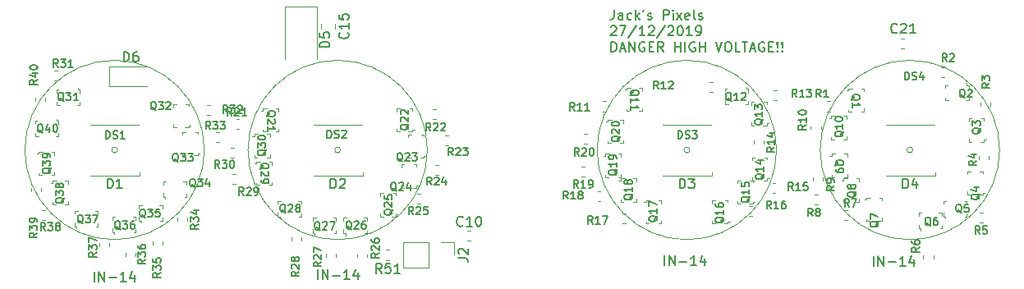
<source format=gbr>
G04 #@! TF.GenerationSoftware,KiCad,Pcbnew,(5.1.4)-1*
G04 #@! TF.CreationDate,2020-01-25T19:49:42-07:00*
G04 #@! TF.ProjectId,PCBV1,50434256-312e-46b6-9963-61645f706362,rev?*
G04 #@! TF.SameCoordinates,Original*
G04 #@! TF.FileFunction,Legend,Top*
G04 #@! TF.FilePolarity,Positive*
%FSLAX46Y46*%
G04 Gerber Fmt 4.6, Leading zero omitted, Abs format (unit mm)*
G04 Created by KiCad (PCBNEW (5.1.4)-1) date 2020-01-25 19:49:42*
%MOMM*%
%LPD*%
G04 APERTURE LIST*
%ADD10C,0.150000*%
%ADD11C,0.120000*%
%ADD12C,0.100000*%
G04 APERTURE END LIST*
D10*
X110496309Y-50552380D02*
X110496309Y-51266666D01*
X110448690Y-51409523D01*
X110353452Y-51504761D01*
X110210595Y-51552380D01*
X110115357Y-51552380D01*
X111401071Y-51552380D02*
X111401071Y-51028571D01*
X111353452Y-50933333D01*
X111258214Y-50885714D01*
X111067738Y-50885714D01*
X110972500Y-50933333D01*
X111401071Y-51504761D02*
X111305833Y-51552380D01*
X111067738Y-51552380D01*
X110972500Y-51504761D01*
X110924880Y-51409523D01*
X110924880Y-51314285D01*
X110972500Y-51219047D01*
X111067738Y-51171428D01*
X111305833Y-51171428D01*
X111401071Y-51123809D01*
X112305833Y-51504761D02*
X112210595Y-51552380D01*
X112020119Y-51552380D01*
X111924880Y-51504761D01*
X111877261Y-51457142D01*
X111829642Y-51361904D01*
X111829642Y-51076190D01*
X111877261Y-50980952D01*
X111924880Y-50933333D01*
X112020119Y-50885714D01*
X112210595Y-50885714D01*
X112305833Y-50933333D01*
X112734404Y-51552380D02*
X112734404Y-50552380D01*
X112829642Y-51171428D02*
X113115357Y-51552380D01*
X113115357Y-50885714D02*
X112734404Y-51266666D01*
X113591547Y-50552380D02*
X113496309Y-50742857D01*
X113972500Y-51504761D02*
X114067738Y-51552380D01*
X114258214Y-51552380D01*
X114353452Y-51504761D01*
X114401071Y-51409523D01*
X114401071Y-51361904D01*
X114353452Y-51266666D01*
X114258214Y-51219047D01*
X114115357Y-51219047D01*
X114020119Y-51171428D01*
X113972500Y-51076190D01*
X113972500Y-51028571D01*
X114020119Y-50933333D01*
X114115357Y-50885714D01*
X114258214Y-50885714D01*
X114353452Y-50933333D01*
X115591547Y-51552380D02*
X115591547Y-50552380D01*
X115972500Y-50552380D01*
X116067738Y-50600000D01*
X116115357Y-50647619D01*
X116162976Y-50742857D01*
X116162976Y-50885714D01*
X116115357Y-50980952D01*
X116067738Y-51028571D01*
X115972500Y-51076190D01*
X115591547Y-51076190D01*
X116591547Y-51552380D02*
X116591547Y-50885714D01*
X116591547Y-50552380D02*
X116543928Y-50600000D01*
X116591547Y-50647619D01*
X116639166Y-50600000D01*
X116591547Y-50552380D01*
X116591547Y-50647619D01*
X116972500Y-51552380D02*
X117496309Y-50885714D01*
X116972500Y-50885714D02*
X117496309Y-51552380D01*
X118258214Y-51504761D02*
X118162976Y-51552380D01*
X117972500Y-51552380D01*
X117877261Y-51504761D01*
X117829642Y-51409523D01*
X117829642Y-51028571D01*
X117877261Y-50933333D01*
X117972500Y-50885714D01*
X118162976Y-50885714D01*
X118258214Y-50933333D01*
X118305833Y-51028571D01*
X118305833Y-51123809D01*
X117829642Y-51219047D01*
X118877261Y-51552380D02*
X118782023Y-51504761D01*
X118734404Y-51409523D01*
X118734404Y-50552380D01*
X119210595Y-51504761D02*
X119305833Y-51552380D01*
X119496309Y-51552380D01*
X119591547Y-51504761D01*
X119639166Y-51409523D01*
X119639166Y-51361904D01*
X119591547Y-51266666D01*
X119496309Y-51219047D01*
X119353452Y-51219047D01*
X119258214Y-51171428D01*
X119210595Y-51076190D01*
X119210595Y-51028571D01*
X119258214Y-50933333D01*
X119353452Y-50885714D01*
X119496309Y-50885714D01*
X119591547Y-50933333D01*
X110162976Y-52297619D02*
X110210595Y-52250000D01*
X110305833Y-52202380D01*
X110543928Y-52202380D01*
X110639166Y-52250000D01*
X110686785Y-52297619D01*
X110734404Y-52392857D01*
X110734404Y-52488095D01*
X110686785Y-52630952D01*
X110115357Y-53202380D01*
X110734404Y-53202380D01*
X111067738Y-52202380D02*
X111734404Y-52202380D01*
X111305833Y-53202380D01*
X112829642Y-52154761D02*
X111972500Y-53440476D01*
X113686785Y-53202380D02*
X113115357Y-53202380D01*
X113401071Y-53202380D02*
X113401071Y-52202380D01*
X113305833Y-52345238D01*
X113210595Y-52440476D01*
X113115357Y-52488095D01*
X114067738Y-52297619D02*
X114115357Y-52250000D01*
X114210595Y-52202380D01*
X114448690Y-52202380D01*
X114543928Y-52250000D01*
X114591547Y-52297619D01*
X114639166Y-52392857D01*
X114639166Y-52488095D01*
X114591547Y-52630952D01*
X114020119Y-53202380D01*
X114639166Y-53202380D01*
X115782023Y-52154761D02*
X114924880Y-53440476D01*
X116067738Y-52297619D02*
X116115357Y-52250000D01*
X116210595Y-52202380D01*
X116448690Y-52202380D01*
X116543928Y-52250000D01*
X116591547Y-52297619D01*
X116639166Y-52392857D01*
X116639166Y-52488095D01*
X116591547Y-52630952D01*
X116020119Y-53202380D01*
X116639166Y-53202380D01*
X117258214Y-52202380D02*
X117353452Y-52202380D01*
X117448690Y-52250000D01*
X117496309Y-52297619D01*
X117543928Y-52392857D01*
X117591547Y-52583333D01*
X117591547Y-52821428D01*
X117543928Y-53011904D01*
X117496309Y-53107142D01*
X117448690Y-53154761D01*
X117353452Y-53202380D01*
X117258214Y-53202380D01*
X117162976Y-53154761D01*
X117115357Y-53107142D01*
X117067738Y-53011904D01*
X117020119Y-52821428D01*
X117020119Y-52583333D01*
X117067738Y-52392857D01*
X117115357Y-52297619D01*
X117162976Y-52250000D01*
X117258214Y-52202380D01*
X118543928Y-53202380D02*
X117972500Y-53202380D01*
X118258214Y-53202380D02*
X118258214Y-52202380D01*
X118162976Y-52345238D01*
X118067738Y-52440476D01*
X117972500Y-52488095D01*
X119020119Y-53202380D02*
X119210595Y-53202380D01*
X119305833Y-53154761D01*
X119353452Y-53107142D01*
X119448690Y-52964285D01*
X119496309Y-52773809D01*
X119496309Y-52392857D01*
X119448690Y-52297619D01*
X119401071Y-52250000D01*
X119305833Y-52202380D01*
X119115357Y-52202380D01*
X119020119Y-52250000D01*
X118972500Y-52297619D01*
X118924880Y-52392857D01*
X118924880Y-52630952D01*
X118972500Y-52726190D01*
X119020119Y-52773809D01*
X119115357Y-52821428D01*
X119305833Y-52821428D01*
X119401071Y-52773809D01*
X119448690Y-52726190D01*
X119496309Y-52630952D01*
X110210595Y-54852380D02*
X110210595Y-53852380D01*
X110448690Y-53852380D01*
X110591547Y-53900000D01*
X110686785Y-53995238D01*
X110734404Y-54090476D01*
X110782023Y-54280952D01*
X110782023Y-54423809D01*
X110734404Y-54614285D01*
X110686785Y-54709523D01*
X110591547Y-54804761D01*
X110448690Y-54852380D01*
X110210595Y-54852380D01*
X111162976Y-54566666D02*
X111639166Y-54566666D01*
X111067738Y-54852380D02*
X111401071Y-53852380D01*
X111734404Y-54852380D01*
X112067738Y-54852380D02*
X112067738Y-53852380D01*
X112639166Y-54852380D01*
X112639166Y-53852380D01*
X113639166Y-53900000D02*
X113543928Y-53852380D01*
X113401071Y-53852380D01*
X113258214Y-53900000D01*
X113162976Y-53995238D01*
X113115357Y-54090476D01*
X113067738Y-54280952D01*
X113067738Y-54423809D01*
X113115357Y-54614285D01*
X113162976Y-54709523D01*
X113258214Y-54804761D01*
X113401071Y-54852380D01*
X113496309Y-54852380D01*
X113639166Y-54804761D01*
X113686785Y-54757142D01*
X113686785Y-54423809D01*
X113496309Y-54423809D01*
X114115357Y-54328571D02*
X114448690Y-54328571D01*
X114591547Y-54852380D02*
X114115357Y-54852380D01*
X114115357Y-53852380D01*
X114591547Y-53852380D01*
X115591547Y-54852380D02*
X115258214Y-54376190D01*
X115020119Y-54852380D02*
X115020119Y-53852380D01*
X115401071Y-53852380D01*
X115496309Y-53900000D01*
X115543928Y-53947619D01*
X115591547Y-54042857D01*
X115591547Y-54185714D01*
X115543928Y-54280952D01*
X115496309Y-54328571D01*
X115401071Y-54376190D01*
X115020119Y-54376190D01*
X116782023Y-54852380D02*
X116782023Y-53852380D01*
X116782023Y-54328571D02*
X117353452Y-54328571D01*
X117353452Y-54852380D02*
X117353452Y-53852380D01*
X117829642Y-54852380D02*
X117829642Y-53852380D01*
X118829642Y-53900000D02*
X118734404Y-53852380D01*
X118591547Y-53852380D01*
X118448690Y-53900000D01*
X118353452Y-53995238D01*
X118305833Y-54090476D01*
X118258214Y-54280952D01*
X118258214Y-54423809D01*
X118305833Y-54614285D01*
X118353452Y-54709523D01*
X118448690Y-54804761D01*
X118591547Y-54852380D01*
X118686785Y-54852380D01*
X118829642Y-54804761D01*
X118877261Y-54757142D01*
X118877261Y-54423809D01*
X118686785Y-54423809D01*
X119305833Y-54852380D02*
X119305833Y-53852380D01*
X119305833Y-54328571D02*
X119877261Y-54328571D01*
X119877261Y-54852380D02*
X119877261Y-53852380D01*
X120972500Y-53852380D02*
X121305833Y-54852380D01*
X121639166Y-53852380D01*
X122162976Y-53852380D02*
X122353452Y-53852380D01*
X122448690Y-53900000D01*
X122543928Y-53995238D01*
X122591547Y-54185714D01*
X122591547Y-54519047D01*
X122543928Y-54709523D01*
X122448690Y-54804761D01*
X122353452Y-54852380D01*
X122162976Y-54852380D01*
X122067738Y-54804761D01*
X121972500Y-54709523D01*
X121924880Y-54519047D01*
X121924880Y-54185714D01*
X121972500Y-53995238D01*
X122067738Y-53900000D01*
X122162976Y-53852380D01*
X123496309Y-54852380D02*
X123020119Y-54852380D01*
X123020119Y-53852380D01*
X123686785Y-53852380D02*
X124258214Y-53852380D01*
X123972500Y-54852380D02*
X123972500Y-53852380D01*
X124543928Y-54566666D02*
X125020119Y-54566666D01*
X124448690Y-54852380D02*
X124782023Y-53852380D01*
X125115357Y-54852380D01*
X125972500Y-53900000D02*
X125877261Y-53852380D01*
X125734404Y-53852380D01*
X125591547Y-53900000D01*
X125496309Y-53995238D01*
X125448690Y-54090476D01*
X125401071Y-54280952D01*
X125401071Y-54423809D01*
X125448690Y-54614285D01*
X125496309Y-54709523D01*
X125591547Y-54804761D01*
X125734404Y-54852380D01*
X125829642Y-54852380D01*
X125972500Y-54804761D01*
X126020119Y-54757142D01*
X126020119Y-54423809D01*
X125829642Y-54423809D01*
X126448690Y-54328571D02*
X126782023Y-54328571D01*
X126924880Y-54852380D02*
X126448690Y-54852380D01*
X126448690Y-53852380D01*
X126924880Y-53852380D01*
X127353452Y-54757142D02*
X127401071Y-54804761D01*
X127353452Y-54852380D01*
X127305833Y-54804761D01*
X127353452Y-54757142D01*
X127353452Y-54852380D01*
X127353452Y-54471428D02*
X127305833Y-53900000D01*
X127353452Y-53852380D01*
X127401071Y-53900000D01*
X127353452Y-54471428D01*
X127353452Y-53852380D01*
X127829642Y-54757142D02*
X127877261Y-54804761D01*
X127829642Y-54852380D01*
X127782023Y-54804761D01*
X127829642Y-54757142D01*
X127829642Y-54852380D01*
X127829642Y-54471428D02*
X127782023Y-53900000D01*
X127829642Y-53852380D01*
X127877261Y-53900000D01*
X127829642Y-54471428D01*
X127829642Y-53852380D01*
D11*
X140412779Y-53490000D02*
X140087221Y-53490000D01*
X140412779Y-54510000D02*
X140087221Y-54510000D01*
X93980000Y-74495000D02*
X93980000Y-75825000D01*
X92650000Y-74495000D02*
X93980000Y-74495000D01*
X91380000Y-74495000D02*
X91380000Y-77155000D01*
X91380000Y-77155000D02*
X88780000Y-77155000D01*
X91380000Y-74495000D02*
X88780000Y-74495000D01*
X88780000Y-74495000D02*
X88780000Y-77155000D01*
X87337779Y-75315000D02*
X87012221Y-75315000D01*
X87337779Y-76335000D02*
X87012221Y-76335000D01*
X143620000Y-67300000D02*
X143620000Y-67620000D01*
X143500000Y-62380000D02*
X138500000Y-62380000D01*
X143620000Y-67620000D02*
X138500000Y-67620000D01*
X120620000Y-67300000D02*
X120620000Y-67620000D01*
X120500000Y-62380000D02*
X115500000Y-62380000D01*
X120620000Y-67620000D02*
X115500000Y-67620000D01*
X84620000Y-67300000D02*
X84620000Y-67620000D01*
X84500000Y-62380000D02*
X79500000Y-62380000D01*
X84620000Y-67620000D02*
X79500000Y-67620000D01*
X61620000Y-67300000D02*
X61620000Y-67620000D01*
X61500000Y-62380000D02*
X56500000Y-62380000D01*
X61620000Y-67620000D02*
X56500000Y-67620000D01*
X95387221Y-74360000D02*
X95712779Y-74360000D01*
X95387221Y-73340000D02*
X95712779Y-73340000D01*
X58425000Y-56425000D02*
X62325000Y-56425000D01*
X58425000Y-58425000D02*
X62325000Y-58425000D01*
X58425000Y-56425000D02*
X58425000Y-58425000D01*
X79850000Y-50250000D02*
X79850000Y-55650000D01*
X76550000Y-50250000D02*
X76550000Y-55650000D01*
X79850000Y-50250000D02*
X76550000Y-50250000D01*
X80315000Y-51991422D02*
X80315000Y-52508578D01*
X81735000Y-51991422D02*
X81735000Y-52508578D01*
D12*
X82300000Y-65000000D02*
G75*
G03X82300000Y-65000000I-300000J0D01*
G01*
X91250000Y-65000000D02*
G75*
G03X91250000Y-65000000I-9250000J0D01*
G01*
X59300000Y-65000000D02*
G75*
G03X59300000Y-65000000I-300000J0D01*
G01*
X68250000Y-65000000D02*
G75*
G03X68250000Y-65000000I-9250000J0D01*
G01*
X118300000Y-65000000D02*
G75*
G03X118300000Y-65000000I-300000J0D01*
G01*
X127250000Y-65000000D02*
G75*
G03X127250000Y-65000000I-9250000J0D01*
G01*
X141300000Y-65000000D02*
G75*
G03X141300000Y-65000000I-300000J0D01*
G01*
X150250000Y-65000000D02*
G75*
G03X150250000Y-65000000I-9250000J0D01*
G01*
X60975000Y-73500000D02*
X61175000Y-73500000D01*
X61175000Y-73500000D02*
X61175000Y-73200000D01*
X61175000Y-72200000D02*
X61175000Y-71900000D01*
X61175000Y-71900000D02*
X60875000Y-71900000D01*
X58775000Y-72200000D02*
X58775000Y-71900000D01*
X58775000Y-71900000D02*
X59075000Y-71900000D01*
X58775000Y-73100000D02*
X58775000Y-73500000D01*
X58775000Y-73500000D02*
X58975000Y-73500000D01*
X58975000Y-73500000D02*
X58975000Y-73700000D01*
X113775000Y-70400000D02*
X113575000Y-70400000D01*
X113775000Y-70200000D02*
X113775000Y-70400000D01*
X114175000Y-70200000D02*
X113775000Y-70200000D01*
X115375000Y-70200000D02*
X115375000Y-70500000D01*
X115075000Y-70200000D02*
X115375000Y-70200000D01*
X115375000Y-72600000D02*
X115375000Y-72300000D01*
X115075000Y-72600000D02*
X115375000Y-72600000D01*
X113775000Y-72600000D02*
X114075000Y-72600000D01*
X113775000Y-72400000D02*
X113775000Y-72600000D01*
X126225000Y-62250000D02*
X126425000Y-62250000D01*
X126225000Y-62450000D02*
X126225000Y-62250000D01*
X125825000Y-62450000D02*
X126225000Y-62450000D01*
X124625000Y-62450000D02*
X124625000Y-62150000D01*
X124925000Y-62450000D02*
X124625000Y-62450000D01*
X124625000Y-60050000D02*
X124625000Y-60350000D01*
X124925000Y-60050000D02*
X124625000Y-60050000D01*
X126225000Y-60050000D02*
X125925000Y-60050000D01*
X126225000Y-60250000D02*
X126225000Y-60050000D01*
X134675000Y-60850000D02*
X134675000Y-61050000D01*
X134675000Y-61050000D02*
X134975000Y-61050000D01*
X135975000Y-61050000D02*
X136275000Y-61050000D01*
X136275000Y-61050000D02*
X136275000Y-60750000D01*
X135975000Y-58650000D02*
X136275000Y-58650000D01*
X136275000Y-58650000D02*
X136275000Y-58950000D01*
X135075000Y-58650000D02*
X134675000Y-58650000D01*
X134675000Y-58650000D02*
X134675000Y-58850000D01*
X134675000Y-58850000D02*
X134475000Y-58850000D01*
X144850000Y-58300000D02*
X144650000Y-58300000D01*
X144650000Y-58300000D02*
X144650000Y-58600000D01*
X144650000Y-59600000D02*
X144650000Y-59900000D01*
X144650000Y-59900000D02*
X144950000Y-59900000D01*
X147050000Y-59600000D02*
X147050000Y-59900000D01*
X147050000Y-59900000D02*
X146750000Y-59900000D01*
X147050000Y-58700000D02*
X147050000Y-58300000D01*
X147050000Y-58300000D02*
X146850000Y-58300000D01*
X146850000Y-58300000D02*
X146850000Y-58100000D01*
X148650000Y-61950000D02*
X148650000Y-61750000D01*
X148650000Y-61750000D02*
X148350000Y-61750000D01*
X147350000Y-61750000D02*
X147050000Y-61750000D01*
X147050000Y-61750000D02*
X147050000Y-62050000D01*
X147350000Y-64150000D02*
X147050000Y-64150000D01*
X147050000Y-64150000D02*
X147050000Y-63850000D01*
X148250000Y-64150000D02*
X148650000Y-64150000D01*
X148650000Y-64150000D02*
X148650000Y-63950000D01*
X148650000Y-63950000D02*
X148850000Y-63950000D01*
X148525000Y-69400000D02*
X148725000Y-69400000D01*
X148525000Y-69600000D02*
X148525000Y-69400000D01*
X148125000Y-69600000D02*
X148525000Y-69600000D01*
X146925000Y-69600000D02*
X146925000Y-69300000D01*
X147225000Y-69600000D02*
X146925000Y-69600000D01*
X146925000Y-67200000D02*
X146925000Y-67500000D01*
X147225000Y-67200000D02*
X146925000Y-67200000D01*
X148525000Y-67200000D02*
X148225000Y-67200000D01*
X148525000Y-67400000D02*
X148525000Y-67200000D01*
X146650000Y-71875000D02*
X146850000Y-71875000D01*
X146850000Y-71875000D02*
X146850000Y-71575000D01*
X146850000Y-70575000D02*
X146850000Y-70275000D01*
X146850000Y-70275000D02*
X146550000Y-70275000D01*
X144450000Y-70575000D02*
X144450000Y-70275000D01*
X144450000Y-70275000D02*
X144750000Y-70275000D01*
X144450000Y-71475000D02*
X144450000Y-71875000D01*
X144450000Y-71875000D02*
X144650000Y-71875000D01*
X144650000Y-71875000D02*
X144650000Y-72075000D01*
X142100000Y-73100000D02*
X142100000Y-73300000D01*
X141900000Y-73100000D02*
X142100000Y-73100000D01*
X141900000Y-72700000D02*
X141900000Y-73100000D01*
X141900000Y-71500000D02*
X142200000Y-71500000D01*
X141900000Y-71800000D02*
X141900000Y-71500000D01*
X144300000Y-71500000D02*
X144000000Y-71500000D01*
X144300000Y-71800000D02*
X144300000Y-71500000D01*
X144300000Y-73100000D02*
X144300000Y-72800000D01*
X144100000Y-73100000D02*
X144300000Y-73100000D01*
X136525000Y-72100000D02*
X136525000Y-72300000D01*
X136525000Y-72300000D02*
X136825000Y-72300000D01*
X137825000Y-72300000D02*
X138125000Y-72300000D01*
X138125000Y-72300000D02*
X138125000Y-72000000D01*
X137825000Y-69900000D02*
X138125000Y-69900000D01*
X138125000Y-69900000D02*
X138125000Y-70200000D01*
X136925000Y-69900000D02*
X136525000Y-69900000D01*
X136525000Y-69900000D02*
X136525000Y-70100000D01*
X136525000Y-70100000D02*
X136325000Y-70100000D01*
X134175000Y-70150000D02*
X134175000Y-70350000D01*
X134175000Y-70350000D02*
X134475000Y-70350000D01*
X135475000Y-70350000D02*
X135775000Y-70350000D01*
X135775000Y-70350000D02*
X135775000Y-70050000D01*
X135475000Y-67950000D02*
X135775000Y-67950000D01*
X135775000Y-67950000D02*
X135775000Y-68250000D01*
X134575000Y-67950000D02*
X134175000Y-67950000D01*
X134175000Y-67950000D02*
X134175000Y-68150000D01*
X134175000Y-68150000D02*
X133975000Y-68150000D01*
X132925000Y-67600000D02*
X132925000Y-67800000D01*
X132925000Y-67800000D02*
X133225000Y-67800000D01*
X134225000Y-67800000D02*
X134525000Y-67800000D01*
X134525000Y-67800000D02*
X134525000Y-67500000D01*
X134225000Y-65400000D02*
X134525000Y-65400000D01*
X134525000Y-65400000D02*
X134525000Y-65700000D01*
X133325000Y-65400000D02*
X132925000Y-65400000D01*
X132925000Y-65400000D02*
X132925000Y-65600000D01*
X132925000Y-65600000D02*
X132725000Y-65600000D01*
X132875000Y-63700000D02*
X132875000Y-63900000D01*
X132875000Y-63900000D02*
X133175000Y-63900000D01*
X134175000Y-63900000D02*
X134475000Y-63900000D01*
X134475000Y-63900000D02*
X134475000Y-63600000D01*
X134175000Y-61500000D02*
X134475000Y-61500000D01*
X134475000Y-61500000D02*
X134475000Y-61800000D01*
X133275000Y-61500000D02*
X132875000Y-61500000D01*
X132875000Y-61500000D02*
X132875000Y-61700000D01*
X132875000Y-61700000D02*
X132675000Y-61700000D01*
X111775000Y-58800000D02*
X111575000Y-58800000D01*
X111775000Y-58600000D02*
X111775000Y-58800000D01*
X112175000Y-58600000D02*
X111775000Y-58600000D01*
X113375000Y-58600000D02*
X113375000Y-58900000D01*
X113075000Y-58600000D02*
X113375000Y-58600000D01*
X113375000Y-61000000D02*
X113375000Y-60700000D01*
X113075000Y-61000000D02*
X113375000Y-61000000D01*
X111775000Y-61000000D02*
X112075000Y-61000000D01*
X111775000Y-60800000D02*
X111775000Y-61000000D01*
X124150000Y-58675000D02*
X124150000Y-58475000D01*
X124350000Y-58675000D02*
X124150000Y-58675000D01*
X124350000Y-59075000D02*
X124350000Y-58675000D01*
X124350000Y-60275000D02*
X124050000Y-60275000D01*
X124350000Y-59975000D02*
X124350000Y-60275000D01*
X121950000Y-60275000D02*
X122250000Y-60275000D01*
X121950000Y-59975000D02*
X121950000Y-60275000D01*
X121950000Y-58675000D02*
X121950000Y-58975000D01*
X122150000Y-58675000D02*
X121950000Y-58675000D01*
X126300000Y-65950000D02*
X126300000Y-65750000D01*
X126300000Y-65750000D02*
X126000000Y-65750000D01*
X125000000Y-65750000D02*
X124700000Y-65750000D01*
X124700000Y-65750000D02*
X124700000Y-66050000D01*
X125000000Y-68150000D02*
X124700000Y-68150000D01*
X124700000Y-68150000D02*
X124700000Y-67850000D01*
X125900000Y-68150000D02*
X126300000Y-68150000D01*
X126300000Y-68150000D02*
X126300000Y-67950000D01*
X126300000Y-67950000D02*
X126500000Y-67950000D01*
X124825000Y-70350000D02*
X125025000Y-70350000D01*
X124825000Y-70550000D02*
X124825000Y-70350000D01*
X124425000Y-70550000D02*
X124825000Y-70550000D01*
X123225000Y-70550000D02*
X123225000Y-70250000D01*
X123525000Y-70550000D02*
X123225000Y-70550000D01*
X123225000Y-68150000D02*
X123225000Y-68450000D01*
X123525000Y-68150000D02*
X123225000Y-68150000D01*
X124825000Y-68150000D02*
X124525000Y-68150000D01*
X124825000Y-68350000D02*
X124825000Y-68150000D01*
X122225000Y-70400000D02*
X122225000Y-70200000D01*
X122225000Y-70200000D02*
X121925000Y-70200000D01*
X120925000Y-70200000D02*
X120625000Y-70200000D01*
X120625000Y-70200000D02*
X120625000Y-70500000D01*
X120925000Y-72600000D02*
X120625000Y-72600000D01*
X120625000Y-72600000D02*
X120625000Y-72300000D01*
X121825000Y-72600000D02*
X122225000Y-72600000D01*
X122225000Y-72600000D02*
X122225000Y-72400000D01*
X122225000Y-72400000D02*
X122425000Y-72400000D01*
X111175000Y-68150000D02*
X110975000Y-68150000D01*
X111175000Y-67950000D02*
X111175000Y-68150000D01*
X111575000Y-67950000D02*
X111175000Y-67950000D01*
X112775000Y-67950000D02*
X112775000Y-68250000D01*
X112475000Y-67950000D02*
X112775000Y-67950000D01*
X112775000Y-70350000D02*
X112775000Y-70050000D01*
X112475000Y-70350000D02*
X112775000Y-70350000D01*
X111175000Y-70350000D02*
X111475000Y-70350000D01*
X111175000Y-70150000D02*
X111175000Y-70350000D01*
X109600000Y-67600000D02*
X109600000Y-67800000D01*
X109600000Y-67800000D02*
X109900000Y-67800000D01*
X110900000Y-67800000D02*
X111200000Y-67800000D01*
X111200000Y-67800000D02*
X111200000Y-67500000D01*
X110900000Y-65400000D02*
X111200000Y-65400000D01*
X111200000Y-65400000D02*
X111200000Y-65700000D01*
X110000000Y-65400000D02*
X109600000Y-65400000D01*
X109600000Y-65400000D02*
X109600000Y-65600000D01*
X109600000Y-65600000D02*
X109400000Y-65600000D01*
X109850000Y-62100000D02*
X109650000Y-62100000D01*
X109850000Y-61900000D02*
X109850000Y-62100000D01*
X110250000Y-61900000D02*
X109850000Y-61900000D01*
X111450000Y-61900000D02*
X111450000Y-62200000D01*
X111150000Y-61900000D02*
X111450000Y-61900000D01*
X111450000Y-64300000D02*
X111450000Y-64000000D01*
X111150000Y-64300000D02*
X111450000Y-64300000D01*
X109850000Y-64300000D02*
X110150000Y-64300000D01*
X109850000Y-64100000D02*
X109850000Y-64300000D01*
X74300000Y-60925000D02*
X74100000Y-60925000D01*
X74300000Y-60725000D02*
X74300000Y-60925000D01*
X74700000Y-60725000D02*
X74300000Y-60725000D01*
X75900000Y-60725000D02*
X75900000Y-61025000D01*
X75600000Y-60725000D02*
X75900000Y-60725000D01*
X75900000Y-63125000D02*
X75900000Y-62825000D01*
X75600000Y-63125000D02*
X75900000Y-63125000D01*
X74300000Y-63125000D02*
X74600000Y-63125000D01*
X74300000Y-62925000D02*
X74300000Y-63125000D01*
X89700000Y-62925000D02*
X89900000Y-62925000D01*
X89700000Y-63125000D02*
X89700000Y-62925000D01*
X89300000Y-63125000D02*
X89700000Y-63125000D01*
X88100000Y-63125000D02*
X88100000Y-62825000D01*
X88400000Y-63125000D02*
X88100000Y-63125000D01*
X88100000Y-60725000D02*
X88100000Y-61025000D01*
X88400000Y-60725000D02*
X88100000Y-60725000D01*
X89700000Y-60725000D02*
X89400000Y-60725000D01*
X89700000Y-60925000D02*
X89700000Y-60725000D01*
X90900000Y-63600000D02*
X90900000Y-63400000D01*
X90900000Y-63400000D02*
X90600000Y-63400000D01*
X89600000Y-63400000D02*
X89300000Y-63400000D01*
X89300000Y-63400000D02*
X89300000Y-63700000D01*
X89600000Y-65800000D02*
X89300000Y-65800000D01*
X89300000Y-65800000D02*
X89300000Y-65500000D01*
X90500000Y-65800000D02*
X90900000Y-65800000D01*
X90900000Y-65800000D02*
X90900000Y-65600000D01*
X90900000Y-65600000D02*
X91100000Y-65600000D01*
X90150000Y-66700000D02*
X90150000Y-66500000D01*
X90150000Y-66500000D02*
X89850000Y-66500000D01*
X88850000Y-66500000D02*
X88550000Y-66500000D01*
X88550000Y-66500000D02*
X88550000Y-66800000D01*
X88850000Y-68900000D02*
X88550000Y-68900000D01*
X88550000Y-68900000D02*
X88550000Y-68600000D01*
X89750000Y-68900000D02*
X90150000Y-68900000D01*
X90150000Y-68900000D02*
X90150000Y-68700000D01*
X90150000Y-68700000D02*
X90350000Y-68700000D01*
X88000000Y-71650000D02*
X88200000Y-71650000D01*
X88000000Y-71850000D02*
X88000000Y-71650000D01*
X87600000Y-71850000D02*
X88000000Y-71850000D01*
X86400000Y-71850000D02*
X86400000Y-71550000D01*
X86700000Y-71850000D02*
X86400000Y-71850000D01*
X86400000Y-69450000D02*
X86400000Y-69750000D01*
X86700000Y-69450000D02*
X86400000Y-69450000D01*
X88000000Y-69450000D02*
X87700000Y-69450000D01*
X88000000Y-69650000D02*
X88000000Y-69450000D01*
X84800000Y-73600000D02*
X85000000Y-73600000D01*
X85000000Y-73600000D02*
X85000000Y-73300000D01*
X85000000Y-72300000D02*
X85000000Y-72000000D01*
X85000000Y-72000000D02*
X84700000Y-72000000D01*
X82600000Y-72300000D02*
X82600000Y-72000000D01*
X82600000Y-72000000D02*
X82900000Y-72000000D01*
X82600000Y-73200000D02*
X82600000Y-73600000D01*
X82600000Y-73600000D02*
X82800000Y-73600000D01*
X82800000Y-73600000D02*
X82800000Y-73800000D01*
X79650000Y-73600000D02*
X79650000Y-73800000D01*
X79450000Y-73600000D02*
X79650000Y-73600000D01*
X79450000Y-73200000D02*
X79450000Y-73600000D01*
X79450000Y-72000000D02*
X79750000Y-72000000D01*
X79450000Y-72300000D02*
X79450000Y-72000000D01*
X81850000Y-72000000D02*
X81550000Y-72000000D01*
X81850000Y-72300000D02*
X81850000Y-72000000D01*
X81850000Y-73600000D02*
X81850000Y-73300000D01*
X81650000Y-73600000D02*
X81850000Y-73600000D01*
X76025000Y-71850000D02*
X76025000Y-72050000D01*
X75825000Y-71850000D02*
X76025000Y-71850000D01*
X75825000Y-71450000D02*
X75825000Y-71850000D01*
X75825000Y-70250000D02*
X76125000Y-70250000D01*
X75825000Y-70550000D02*
X75825000Y-70250000D01*
X78225000Y-70250000D02*
X77925000Y-70250000D01*
X78225000Y-70550000D02*
X78225000Y-70250000D01*
X78225000Y-71850000D02*
X78225000Y-71550000D01*
X78025000Y-71850000D02*
X78225000Y-71850000D01*
X73625000Y-66425000D02*
X73425000Y-66425000D01*
X73625000Y-66225000D02*
X73625000Y-66425000D01*
X74025000Y-66225000D02*
X73625000Y-66225000D01*
X75225000Y-66225000D02*
X75225000Y-66525000D01*
X74925000Y-66225000D02*
X75225000Y-66225000D01*
X75225000Y-68625000D02*
X75225000Y-68325000D01*
X74925000Y-68625000D02*
X75225000Y-68625000D01*
X73625000Y-68625000D02*
X73925000Y-68625000D01*
X73625000Y-68425000D02*
X73625000Y-68625000D01*
X73400000Y-65575000D02*
X73400000Y-65775000D01*
X73400000Y-65775000D02*
X73700000Y-65775000D01*
X74700000Y-65775000D02*
X75000000Y-65775000D01*
X75000000Y-65775000D02*
X75000000Y-65475000D01*
X74700000Y-63375000D02*
X75000000Y-63375000D01*
X75000000Y-63375000D02*
X75000000Y-63675000D01*
X73800000Y-63375000D02*
X73400000Y-63375000D01*
X73400000Y-63375000D02*
X73400000Y-63575000D01*
X73400000Y-63575000D02*
X73200000Y-63575000D01*
X55225000Y-58775000D02*
X55225000Y-58575000D01*
X55425000Y-58775000D02*
X55225000Y-58775000D01*
X55425000Y-59175000D02*
X55425000Y-58775000D01*
X55425000Y-60375000D02*
X55125000Y-60375000D01*
X55425000Y-60075000D02*
X55425000Y-60375000D01*
X53025000Y-60375000D02*
X53325000Y-60375000D01*
X53025000Y-60075000D02*
X53025000Y-60375000D01*
X53025000Y-58775000D02*
X53025000Y-59075000D01*
X53225000Y-58775000D02*
X53025000Y-58775000D01*
X66650000Y-60500000D02*
X66650000Y-60300000D01*
X66650000Y-60300000D02*
X66350000Y-60300000D01*
X65350000Y-60300000D02*
X65050000Y-60300000D01*
X65050000Y-60300000D02*
X65050000Y-60600000D01*
X65350000Y-62700000D02*
X65050000Y-62700000D01*
X65050000Y-62700000D02*
X65050000Y-62400000D01*
X66250000Y-62700000D02*
X66650000Y-62700000D01*
X66650000Y-62700000D02*
X66650000Y-62500000D01*
X66650000Y-62500000D02*
X66850000Y-62500000D01*
X67600000Y-65350000D02*
X67800000Y-65350000D01*
X67600000Y-65550000D02*
X67600000Y-65350000D01*
X67200000Y-65550000D02*
X67600000Y-65550000D01*
X66000000Y-65550000D02*
X66000000Y-65250000D01*
X66300000Y-65550000D02*
X66000000Y-65550000D01*
X66000000Y-63150000D02*
X66000000Y-63450000D01*
X66300000Y-63150000D02*
X66000000Y-63150000D01*
X67600000Y-63150000D02*
X67300000Y-63150000D01*
X67600000Y-63350000D02*
X67600000Y-63150000D01*
X64200000Y-69850000D02*
X64200000Y-70050000D01*
X64000000Y-69850000D02*
X64200000Y-69850000D01*
X64000000Y-69450000D02*
X64000000Y-69850000D01*
X64000000Y-68250000D02*
X64300000Y-68250000D01*
X64000000Y-68550000D02*
X64000000Y-68250000D01*
X66400000Y-68250000D02*
X66100000Y-68250000D01*
X66400000Y-68550000D02*
X66400000Y-68250000D01*
X66400000Y-69850000D02*
X66400000Y-69550000D01*
X66200000Y-69850000D02*
X66400000Y-69850000D01*
X63725000Y-72300000D02*
X63925000Y-72300000D01*
X63925000Y-72300000D02*
X63925000Y-72000000D01*
X63925000Y-71000000D02*
X63925000Y-70700000D01*
X63925000Y-70700000D02*
X63625000Y-70700000D01*
X61525000Y-71000000D02*
X61525000Y-70700000D01*
X61525000Y-70700000D02*
X61825000Y-70700000D01*
X61525000Y-71900000D02*
X61525000Y-72300000D01*
X61525000Y-72300000D02*
X61725000Y-72300000D01*
X61725000Y-72300000D02*
X61725000Y-72500000D01*
X55100000Y-72875000D02*
X55100000Y-73075000D01*
X54900000Y-72875000D02*
X55100000Y-72875000D01*
X54900000Y-72475000D02*
X54900000Y-72875000D01*
X54900000Y-71275000D02*
X55200000Y-71275000D01*
X54900000Y-71575000D02*
X54900000Y-71275000D01*
X57300000Y-71275000D02*
X57000000Y-71275000D01*
X57300000Y-71575000D02*
X57300000Y-71275000D01*
X57300000Y-72875000D02*
X57300000Y-72575000D01*
X57100000Y-72875000D02*
X57300000Y-72875000D01*
X52600000Y-68400000D02*
X52400000Y-68400000D01*
X52600000Y-68200000D02*
X52600000Y-68400000D01*
X53000000Y-68200000D02*
X52600000Y-68200000D01*
X54200000Y-68200000D02*
X54200000Y-68500000D01*
X53900000Y-68200000D02*
X54200000Y-68200000D01*
X54200000Y-70600000D02*
X54200000Y-70300000D01*
X53900000Y-70600000D02*
X54200000Y-70600000D01*
X52600000Y-70600000D02*
X52900000Y-70600000D01*
X52600000Y-70400000D02*
X52600000Y-70600000D01*
X51200000Y-67400000D02*
X51200000Y-67600000D01*
X51200000Y-67600000D02*
X51500000Y-67600000D01*
X52500000Y-67600000D02*
X52800000Y-67600000D01*
X52800000Y-67600000D02*
X52800000Y-67300000D01*
X52500000Y-65200000D02*
X52800000Y-65200000D01*
X52800000Y-65200000D02*
X52800000Y-65500000D01*
X51600000Y-65200000D02*
X51200000Y-65200000D01*
X51200000Y-65200000D02*
X51200000Y-65400000D01*
X51200000Y-65400000D02*
X51000000Y-65400000D01*
X51025000Y-61975000D02*
X50825000Y-61975000D01*
X50825000Y-61975000D02*
X50825000Y-62275000D01*
X50825000Y-63275000D02*
X50825000Y-63575000D01*
X50825000Y-63575000D02*
X51125000Y-63575000D01*
X53225000Y-63275000D02*
X53225000Y-63575000D01*
X53225000Y-63575000D02*
X52925000Y-63575000D01*
X53225000Y-62375000D02*
X53225000Y-61975000D01*
X53225000Y-61975000D02*
X53025000Y-61975000D01*
X53025000Y-61975000D02*
X53025000Y-61775000D01*
D11*
X132750279Y-59990000D02*
X132424721Y-59990000D01*
X132750279Y-61010000D02*
X132424721Y-61010000D01*
X144575279Y-57460000D02*
X144249721Y-57460000D01*
X144575279Y-56440000D02*
X144249721Y-56440000D01*
X148290000Y-60450279D02*
X148290000Y-60124721D01*
X149310000Y-60450279D02*
X149310000Y-60124721D01*
X149160000Y-65962779D02*
X149160000Y-65637221D01*
X148140000Y-65962779D02*
X148140000Y-65637221D01*
X148224721Y-71490000D02*
X148550279Y-71490000D01*
X148224721Y-72510000D02*
X148550279Y-72510000D01*
X142390000Y-75899721D02*
X142390000Y-76225279D01*
X143410000Y-75899721D02*
X143410000Y-76225279D01*
X134575279Y-71190000D02*
X134249721Y-71190000D01*
X134575279Y-72210000D02*
X134249721Y-72210000D01*
X131525279Y-70660000D02*
X131199721Y-70660000D01*
X131525279Y-69640000D02*
X131199721Y-69640000D01*
X132060000Y-67824721D02*
X132060000Y-68150279D01*
X131040000Y-67824721D02*
X131040000Y-68150279D01*
X130790000Y-62862779D02*
X130790000Y-62537221D01*
X131810000Y-62862779D02*
X131810000Y-62537221D01*
X109662779Y-61010000D02*
X109337221Y-61010000D01*
X109662779Y-59990000D02*
X109337221Y-59990000D01*
X120650279Y-57990000D02*
X120324721Y-57990000D01*
X120650279Y-59010000D02*
X120324721Y-59010000D01*
X126937221Y-59860000D02*
X127262779Y-59860000D01*
X126937221Y-58840000D02*
X127262779Y-58840000D01*
X124890000Y-64375279D02*
X124890000Y-64049721D01*
X125910000Y-64375279D02*
X125910000Y-64049721D01*
X126824721Y-69410000D02*
X127150279Y-69410000D01*
X126824721Y-68390000D02*
X127150279Y-68390000D01*
X124437221Y-71810000D02*
X124762779Y-71810000D01*
X124437221Y-70790000D02*
X124762779Y-70790000D01*
X111662779Y-72560000D02*
X111337221Y-72560000D01*
X111662779Y-71540000D02*
X111337221Y-71540000D01*
X109112779Y-69290000D02*
X108787221Y-69290000D01*
X109112779Y-70310000D02*
X108787221Y-70310000D01*
X107462779Y-67760000D02*
X107137221Y-67760000D01*
X107462779Y-66740000D02*
X107137221Y-66740000D01*
X107712779Y-63340000D02*
X107387221Y-63340000D01*
X107712779Y-64360000D02*
X107387221Y-64360000D01*
X71862779Y-62810000D02*
X71537221Y-62810000D01*
X71862779Y-61790000D02*
X71537221Y-61790000D01*
X91787221Y-61785000D02*
X92112779Y-61785000D01*
X91787221Y-60765000D02*
X92112779Y-60765000D01*
X93087221Y-64510000D02*
X93412779Y-64510000D01*
X93087221Y-63490000D02*
X93412779Y-63490000D01*
X92087221Y-66540000D02*
X92412779Y-66540000D01*
X92087221Y-67560000D02*
X92412779Y-67560000D01*
X90187221Y-70510000D02*
X90512779Y-70510000D01*
X90187221Y-69490000D02*
X90512779Y-69490000D01*
X85010000Y-75749721D02*
X85010000Y-76075279D01*
X83990000Y-75749721D02*
X83990000Y-76075279D01*
X81810000Y-75737221D02*
X81810000Y-76062779D01*
X80790000Y-75737221D02*
X80790000Y-76062779D01*
X77240000Y-73999721D02*
X77240000Y-74325279D01*
X78260000Y-73999721D02*
X78260000Y-74325279D01*
X71512779Y-68535000D02*
X71187221Y-68535000D01*
X71512779Y-67515000D02*
X71187221Y-67515000D01*
X71300279Y-64740000D02*
X70974721Y-64740000D01*
X71300279Y-65760000D02*
X70974721Y-65760000D01*
X53087779Y-56790000D02*
X52762221Y-56790000D01*
X53087779Y-57810000D02*
X52762221Y-57810000D01*
X68524721Y-61360000D02*
X68850279Y-61360000D01*
X68524721Y-60340000D02*
X68850279Y-60340000D01*
X69487221Y-64160000D02*
X69812779Y-64160000D01*
X69487221Y-63140000D02*
X69812779Y-63140000D01*
X66510000Y-71987221D02*
X66510000Y-72312779D01*
X65490000Y-71987221D02*
X65490000Y-72312779D01*
X63960000Y-74437221D02*
X63960000Y-74762779D01*
X62940000Y-74437221D02*
X62940000Y-74762779D01*
X60165000Y-75599721D02*
X60165000Y-75925279D01*
X61185000Y-75599721D02*
X61185000Y-75925279D01*
X57390000Y-74624721D02*
X57390000Y-74950279D01*
X58410000Y-74624721D02*
X58410000Y-74950279D01*
X51800279Y-71190000D02*
X51474721Y-71190000D01*
X51800279Y-72210000D02*
X51474721Y-72210000D01*
X50415000Y-68924721D02*
X50415000Y-69250279D01*
X51435000Y-68924721D02*
X51435000Y-69250279D01*
X50815000Y-59975279D02*
X50815000Y-59649721D01*
X51835000Y-59975279D02*
X51835000Y-59649721D01*
D10*
X139682142Y-52857142D02*
X139634523Y-52904761D01*
X139491666Y-52952380D01*
X139396428Y-52952380D01*
X139253571Y-52904761D01*
X139158333Y-52809523D01*
X139110714Y-52714285D01*
X139063095Y-52523809D01*
X139063095Y-52380952D01*
X139110714Y-52190476D01*
X139158333Y-52095238D01*
X139253571Y-52000000D01*
X139396428Y-51952380D01*
X139491666Y-51952380D01*
X139634523Y-52000000D01*
X139682142Y-52047619D01*
X140063095Y-52047619D02*
X140110714Y-52000000D01*
X140205952Y-51952380D01*
X140444047Y-51952380D01*
X140539285Y-52000000D01*
X140586904Y-52047619D01*
X140634523Y-52142857D01*
X140634523Y-52238095D01*
X140586904Y-52380952D01*
X140015476Y-52952380D01*
X140634523Y-52952380D01*
X141586904Y-52952380D02*
X141015476Y-52952380D01*
X141301190Y-52952380D02*
X141301190Y-51952380D01*
X141205952Y-52095238D01*
X141110714Y-52190476D01*
X141015476Y-52238095D01*
X94432380Y-76158333D02*
X95146666Y-76158333D01*
X95289523Y-76205952D01*
X95384761Y-76301190D01*
X95432380Y-76444047D01*
X95432380Y-76539285D01*
X94527619Y-75729761D02*
X94480000Y-75682142D01*
X94432380Y-75586904D01*
X94432380Y-75348809D01*
X94480000Y-75253571D01*
X94527619Y-75205952D01*
X94622857Y-75158333D01*
X94718095Y-75158333D01*
X94860952Y-75205952D01*
X95432380Y-75777380D01*
X95432380Y-75158333D01*
X86532142Y-77707380D02*
X86198809Y-77231190D01*
X85960714Y-77707380D02*
X85960714Y-76707380D01*
X86341666Y-76707380D01*
X86436904Y-76755000D01*
X86484523Y-76802619D01*
X86532142Y-76897857D01*
X86532142Y-77040714D01*
X86484523Y-77135952D01*
X86436904Y-77183571D01*
X86341666Y-77231190D01*
X85960714Y-77231190D01*
X87436904Y-76707380D02*
X86960714Y-76707380D01*
X86913095Y-77183571D01*
X86960714Y-77135952D01*
X87055952Y-77088333D01*
X87294047Y-77088333D01*
X87389285Y-77135952D01*
X87436904Y-77183571D01*
X87484523Y-77278809D01*
X87484523Y-77516904D01*
X87436904Y-77612142D01*
X87389285Y-77659761D01*
X87294047Y-77707380D01*
X87055952Y-77707380D01*
X86960714Y-77659761D01*
X86913095Y-77612142D01*
X88436904Y-77707380D02*
X87865476Y-77707380D01*
X88151190Y-77707380D02*
X88151190Y-76707380D01*
X88055952Y-76850238D01*
X87960714Y-76945476D01*
X87865476Y-76993095D01*
X140261904Y-68952380D02*
X140261904Y-67952380D01*
X140500000Y-67952380D01*
X140642857Y-68000000D01*
X140738095Y-68095238D01*
X140785714Y-68190476D01*
X140833333Y-68380952D01*
X140833333Y-68523809D01*
X140785714Y-68714285D01*
X140738095Y-68809523D01*
X140642857Y-68904761D01*
X140500000Y-68952380D01*
X140261904Y-68952380D01*
X141690476Y-68285714D02*
X141690476Y-68952380D01*
X141452380Y-67904761D02*
X141214285Y-68619047D01*
X141833333Y-68619047D01*
X117261904Y-68952380D02*
X117261904Y-67952380D01*
X117500000Y-67952380D01*
X117642857Y-68000000D01*
X117738095Y-68095238D01*
X117785714Y-68190476D01*
X117833333Y-68380952D01*
X117833333Y-68523809D01*
X117785714Y-68714285D01*
X117738095Y-68809523D01*
X117642857Y-68904761D01*
X117500000Y-68952380D01*
X117261904Y-68952380D01*
X118166666Y-67952380D02*
X118785714Y-67952380D01*
X118452380Y-68333333D01*
X118595238Y-68333333D01*
X118690476Y-68380952D01*
X118738095Y-68428571D01*
X118785714Y-68523809D01*
X118785714Y-68761904D01*
X118738095Y-68857142D01*
X118690476Y-68904761D01*
X118595238Y-68952380D01*
X118309523Y-68952380D01*
X118214285Y-68904761D01*
X118166666Y-68857142D01*
X81261904Y-68952380D02*
X81261904Y-67952380D01*
X81500000Y-67952380D01*
X81642857Y-68000000D01*
X81738095Y-68095238D01*
X81785714Y-68190476D01*
X81833333Y-68380952D01*
X81833333Y-68523809D01*
X81785714Y-68714285D01*
X81738095Y-68809523D01*
X81642857Y-68904761D01*
X81500000Y-68952380D01*
X81261904Y-68952380D01*
X82214285Y-68047619D02*
X82261904Y-68000000D01*
X82357142Y-67952380D01*
X82595238Y-67952380D01*
X82690476Y-68000000D01*
X82738095Y-68047619D01*
X82785714Y-68142857D01*
X82785714Y-68238095D01*
X82738095Y-68380952D01*
X82166666Y-68952380D01*
X82785714Y-68952380D01*
X58261904Y-68952380D02*
X58261904Y-67952380D01*
X58500000Y-67952380D01*
X58642857Y-68000000D01*
X58738095Y-68095238D01*
X58785714Y-68190476D01*
X58833333Y-68380952D01*
X58833333Y-68523809D01*
X58785714Y-68714285D01*
X58738095Y-68809523D01*
X58642857Y-68904761D01*
X58500000Y-68952380D01*
X58261904Y-68952380D01*
X59785714Y-68952380D02*
X59214285Y-68952380D01*
X59500000Y-68952380D02*
X59500000Y-67952380D01*
X59404761Y-68095238D01*
X59309523Y-68190476D01*
X59214285Y-68238095D01*
X94907142Y-72777142D02*
X94859523Y-72824761D01*
X94716666Y-72872380D01*
X94621428Y-72872380D01*
X94478571Y-72824761D01*
X94383333Y-72729523D01*
X94335714Y-72634285D01*
X94288095Y-72443809D01*
X94288095Y-72300952D01*
X94335714Y-72110476D01*
X94383333Y-72015238D01*
X94478571Y-71920000D01*
X94621428Y-71872380D01*
X94716666Y-71872380D01*
X94859523Y-71920000D01*
X94907142Y-71967619D01*
X95859523Y-72872380D02*
X95288095Y-72872380D01*
X95573809Y-72872380D02*
X95573809Y-71872380D01*
X95478571Y-72015238D01*
X95383333Y-72110476D01*
X95288095Y-72158095D01*
X96478571Y-71872380D02*
X96573809Y-71872380D01*
X96669047Y-71920000D01*
X96716666Y-71967619D01*
X96764285Y-72062857D01*
X96811904Y-72253333D01*
X96811904Y-72491428D01*
X96764285Y-72681904D01*
X96716666Y-72777142D01*
X96669047Y-72824761D01*
X96573809Y-72872380D01*
X96478571Y-72872380D01*
X96383333Y-72824761D01*
X96335714Y-72777142D01*
X96288095Y-72681904D01*
X96240476Y-72491428D01*
X96240476Y-72253333D01*
X96288095Y-72062857D01*
X96335714Y-71967619D01*
X96383333Y-71920000D01*
X96478571Y-71872380D01*
X59936904Y-55877380D02*
X59936904Y-54877380D01*
X60175000Y-54877380D01*
X60317857Y-54925000D01*
X60413095Y-55020238D01*
X60460714Y-55115476D01*
X60508333Y-55305952D01*
X60508333Y-55448809D01*
X60460714Y-55639285D01*
X60413095Y-55734523D01*
X60317857Y-55829761D01*
X60175000Y-55877380D01*
X59936904Y-55877380D01*
X61365476Y-54877380D02*
X61175000Y-54877380D01*
X61079761Y-54925000D01*
X61032142Y-54972619D01*
X60936904Y-55115476D01*
X60889285Y-55305952D01*
X60889285Y-55686904D01*
X60936904Y-55782142D01*
X60984523Y-55829761D01*
X61079761Y-55877380D01*
X61270238Y-55877380D01*
X61365476Y-55829761D01*
X61413095Y-55782142D01*
X61460714Y-55686904D01*
X61460714Y-55448809D01*
X61413095Y-55353571D01*
X61365476Y-55305952D01*
X61270238Y-55258333D01*
X61079761Y-55258333D01*
X60984523Y-55305952D01*
X60936904Y-55353571D01*
X60889285Y-55448809D01*
X81152380Y-54388095D02*
X80152380Y-54388095D01*
X80152380Y-54150000D01*
X80200000Y-54007142D01*
X80295238Y-53911904D01*
X80390476Y-53864285D01*
X80580952Y-53816666D01*
X80723809Y-53816666D01*
X80914285Y-53864285D01*
X81009523Y-53911904D01*
X81104761Y-54007142D01*
X81152380Y-54150000D01*
X81152380Y-54388095D01*
X80152380Y-52911904D02*
X80152380Y-53388095D01*
X80628571Y-53435714D01*
X80580952Y-53388095D01*
X80533333Y-53292857D01*
X80533333Y-53054761D01*
X80580952Y-52959523D01*
X80628571Y-52911904D01*
X80723809Y-52864285D01*
X80961904Y-52864285D01*
X81057142Y-52911904D01*
X81104761Y-52959523D01*
X81152380Y-53054761D01*
X81152380Y-53292857D01*
X81104761Y-53388095D01*
X81057142Y-53435714D01*
X83032142Y-52892857D02*
X83079761Y-52940476D01*
X83127380Y-53083333D01*
X83127380Y-53178571D01*
X83079761Y-53321428D01*
X82984523Y-53416666D01*
X82889285Y-53464285D01*
X82698809Y-53511904D01*
X82555952Y-53511904D01*
X82365476Y-53464285D01*
X82270238Y-53416666D01*
X82175000Y-53321428D01*
X82127380Y-53178571D01*
X82127380Y-53083333D01*
X82175000Y-52940476D01*
X82222619Y-52892857D01*
X83127380Y-51940476D02*
X83127380Y-52511904D01*
X83127380Y-52226190D02*
X82127380Y-52226190D01*
X82270238Y-52321428D01*
X82365476Y-52416666D01*
X82413095Y-52511904D01*
X82127380Y-51035714D02*
X82127380Y-51511904D01*
X82603571Y-51559523D01*
X82555952Y-51511904D01*
X82508333Y-51416666D01*
X82508333Y-51178571D01*
X82555952Y-51083333D01*
X82603571Y-51035714D01*
X82698809Y-50988095D01*
X82936904Y-50988095D01*
X83032142Y-51035714D01*
X83079761Y-51083333D01*
X83127380Y-51178571D01*
X83127380Y-51416666D01*
X83079761Y-51511904D01*
X83032142Y-51559523D01*
X80903571Y-63761904D02*
X80903571Y-62961904D01*
X81094047Y-62961904D01*
X81208333Y-63000000D01*
X81284523Y-63076190D01*
X81322619Y-63152380D01*
X81360714Y-63304761D01*
X81360714Y-63419047D01*
X81322619Y-63571428D01*
X81284523Y-63647619D01*
X81208333Y-63723809D01*
X81094047Y-63761904D01*
X80903571Y-63761904D01*
X81665476Y-63723809D02*
X81779761Y-63761904D01*
X81970238Y-63761904D01*
X82046428Y-63723809D01*
X82084523Y-63685714D01*
X82122619Y-63609523D01*
X82122619Y-63533333D01*
X82084523Y-63457142D01*
X82046428Y-63419047D01*
X81970238Y-63380952D01*
X81817857Y-63342857D01*
X81741666Y-63304761D01*
X81703571Y-63266666D01*
X81665476Y-63190476D01*
X81665476Y-63114285D01*
X81703571Y-63038095D01*
X81741666Y-63000000D01*
X81817857Y-62961904D01*
X82008333Y-62961904D01*
X82122619Y-63000000D01*
X82427380Y-63038095D02*
X82465476Y-63000000D01*
X82541666Y-62961904D01*
X82732142Y-62961904D01*
X82808333Y-63000000D01*
X82846428Y-63038095D01*
X82884523Y-63114285D01*
X82884523Y-63190476D01*
X82846428Y-63304761D01*
X82389285Y-63761904D01*
X82884523Y-63761904D01*
X79954761Y-78327380D02*
X79954761Y-77327380D01*
X80430952Y-78327380D02*
X80430952Y-77327380D01*
X81002380Y-78327380D01*
X81002380Y-77327380D01*
X81478571Y-77946428D02*
X82240476Y-77946428D01*
X83240476Y-78327380D02*
X82669047Y-78327380D01*
X82954761Y-78327380D02*
X82954761Y-77327380D01*
X82859523Y-77470238D01*
X82764285Y-77565476D01*
X82669047Y-77613095D01*
X84097619Y-77660714D02*
X84097619Y-78327380D01*
X83859523Y-77279761D02*
X83621428Y-77994047D01*
X84240476Y-77994047D01*
X58078571Y-63811904D02*
X58078571Y-63011904D01*
X58269047Y-63011904D01*
X58383333Y-63050000D01*
X58459523Y-63126190D01*
X58497619Y-63202380D01*
X58535714Y-63354761D01*
X58535714Y-63469047D01*
X58497619Y-63621428D01*
X58459523Y-63697619D01*
X58383333Y-63773809D01*
X58269047Y-63811904D01*
X58078571Y-63811904D01*
X58840476Y-63773809D02*
X58954761Y-63811904D01*
X59145238Y-63811904D01*
X59221428Y-63773809D01*
X59259523Y-63735714D01*
X59297619Y-63659523D01*
X59297619Y-63583333D01*
X59259523Y-63507142D01*
X59221428Y-63469047D01*
X59145238Y-63430952D01*
X58992857Y-63392857D01*
X58916666Y-63354761D01*
X58878571Y-63316666D01*
X58840476Y-63240476D01*
X58840476Y-63164285D01*
X58878571Y-63088095D01*
X58916666Y-63050000D01*
X58992857Y-63011904D01*
X59183333Y-63011904D01*
X59297619Y-63050000D01*
X60059523Y-63811904D02*
X59602380Y-63811904D01*
X59830952Y-63811904D02*
X59830952Y-63011904D01*
X59754761Y-63126190D01*
X59678571Y-63202380D01*
X59602380Y-63240476D01*
X56904761Y-78552380D02*
X56904761Y-77552380D01*
X57380952Y-78552380D02*
X57380952Y-77552380D01*
X57952380Y-78552380D01*
X57952380Y-77552380D01*
X58428571Y-78171428D02*
X59190476Y-78171428D01*
X60190476Y-78552380D02*
X59619047Y-78552380D01*
X59904761Y-78552380D02*
X59904761Y-77552380D01*
X59809523Y-77695238D01*
X59714285Y-77790476D01*
X59619047Y-77838095D01*
X61047619Y-77885714D02*
X61047619Y-78552380D01*
X60809523Y-77504761D02*
X60571428Y-78219047D01*
X61190476Y-78219047D01*
X117078571Y-63811904D02*
X117078571Y-63011904D01*
X117269047Y-63011904D01*
X117383333Y-63050000D01*
X117459523Y-63126190D01*
X117497619Y-63202380D01*
X117535714Y-63354761D01*
X117535714Y-63469047D01*
X117497619Y-63621428D01*
X117459523Y-63697619D01*
X117383333Y-63773809D01*
X117269047Y-63811904D01*
X117078571Y-63811904D01*
X117840476Y-63773809D02*
X117954761Y-63811904D01*
X118145238Y-63811904D01*
X118221428Y-63773809D01*
X118259523Y-63735714D01*
X118297619Y-63659523D01*
X118297619Y-63583333D01*
X118259523Y-63507142D01*
X118221428Y-63469047D01*
X118145238Y-63430952D01*
X117992857Y-63392857D01*
X117916666Y-63354761D01*
X117878571Y-63316666D01*
X117840476Y-63240476D01*
X117840476Y-63164285D01*
X117878571Y-63088095D01*
X117916666Y-63050000D01*
X117992857Y-63011904D01*
X118183333Y-63011904D01*
X118297619Y-63050000D01*
X118564285Y-63011904D02*
X119059523Y-63011904D01*
X118792857Y-63316666D01*
X118907142Y-63316666D01*
X118983333Y-63354761D01*
X119021428Y-63392857D01*
X119059523Y-63469047D01*
X119059523Y-63659523D01*
X119021428Y-63735714D01*
X118983333Y-63773809D01*
X118907142Y-63811904D01*
X118678571Y-63811904D01*
X118602380Y-63773809D01*
X118564285Y-63735714D01*
X115704761Y-76902380D02*
X115704761Y-75902380D01*
X116180952Y-76902380D02*
X116180952Y-75902380D01*
X116752380Y-76902380D01*
X116752380Y-75902380D01*
X117228571Y-76521428D02*
X117990476Y-76521428D01*
X118990476Y-76902380D02*
X118419047Y-76902380D01*
X118704761Y-76902380D02*
X118704761Y-75902380D01*
X118609523Y-76045238D01*
X118514285Y-76140476D01*
X118419047Y-76188095D01*
X119847619Y-76235714D02*
X119847619Y-76902380D01*
X119609523Y-75854761D02*
X119371428Y-76569047D01*
X119990476Y-76569047D01*
X140478571Y-57761904D02*
X140478571Y-56961904D01*
X140669047Y-56961904D01*
X140783333Y-57000000D01*
X140859523Y-57076190D01*
X140897619Y-57152380D01*
X140935714Y-57304761D01*
X140935714Y-57419047D01*
X140897619Y-57571428D01*
X140859523Y-57647619D01*
X140783333Y-57723809D01*
X140669047Y-57761904D01*
X140478571Y-57761904D01*
X141240476Y-57723809D02*
X141354761Y-57761904D01*
X141545238Y-57761904D01*
X141621428Y-57723809D01*
X141659523Y-57685714D01*
X141697619Y-57609523D01*
X141697619Y-57533333D01*
X141659523Y-57457142D01*
X141621428Y-57419047D01*
X141545238Y-57380952D01*
X141392857Y-57342857D01*
X141316666Y-57304761D01*
X141278571Y-57266666D01*
X141240476Y-57190476D01*
X141240476Y-57114285D01*
X141278571Y-57038095D01*
X141316666Y-57000000D01*
X141392857Y-56961904D01*
X141583333Y-56961904D01*
X141697619Y-57000000D01*
X142383333Y-57228571D02*
X142383333Y-57761904D01*
X142192857Y-56923809D02*
X142002380Y-57495238D01*
X142497619Y-57495238D01*
X137254761Y-76952380D02*
X137254761Y-75952380D01*
X137730952Y-76952380D02*
X137730952Y-75952380D01*
X138302380Y-76952380D01*
X138302380Y-75952380D01*
X138778571Y-76571428D02*
X139540476Y-76571428D01*
X140540476Y-76952380D02*
X139969047Y-76952380D01*
X140254761Y-76952380D02*
X140254761Y-75952380D01*
X140159523Y-76095238D01*
X140064285Y-76190476D01*
X139969047Y-76238095D01*
X141397619Y-76285714D02*
X141397619Y-76952380D01*
X141159523Y-75904761D02*
X140921428Y-76619047D01*
X141540476Y-76619047D01*
X59592857Y-73213095D02*
X59516666Y-73175000D01*
X59440476Y-73098809D01*
X59326190Y-72984523D01*
X59250000Y-72946428D01*
X59173809Y-72946428D01*
X59211904Y-73136904D02*
X59135714Y-73098809D01*
X59059523Y-73022619D01*
X59021428Y-72870238D01*
X59021428Y-72603571D01*
X59059523Y-72451190D01*
X59135714Y-72375000D01*
X59211904Y-72336904D01*
X59364285Y-72336904D01*
X59440476Y-72375000D01*
X59516666Y-72451190D01*
X59554761Y-72603571D01*
X59554761Y-72870238D01*
X59516666Y-73022619D01*
X59440476Y-73098809D01*
X59364285Y-73136904D01*
X59211904Y-73136904D01*
X59821428Y-72336904D02*
X60316666Y-72336904D01*
X60050000Y-72641666D01*
X60164285Y-72641666D01*
X60240476Y-72679761D01*
X60278571Y-72717857D01*
X60316666Y-72794047D01*
X60316666Y-72984523D01*
X60278571Y-73060714D01*
X60240476Y-73098809D01*
X60164285Y-73136904D01*
X59935714Y-73136904D01*
X59859523Y-73098809D01*
X59821428Y-73060714D01*
X61002380Y-72336904D02*
X60850000Y-72336904D01*
X60773809Y-72375000D01*
X60735714Y-72413095D01*
X60659523Y-72527380D01*
X60621428Y-72679761D01*
X60621428Y-72984523D01*
X60659523Y-73060714D01*
X60697619Y-73098809D01*
X60773809Y-73136904D01*
X60926190Y-73136904D01*
X61002380Y-73098809D01*
X61040476Y-73060714D01*
X61078571Y-72984523D01*
X61078571Y-72794047D01*
X61040476Y-72717857D01*
X61002380Y-72679761D01*
X60926190Y-72641666D01*
X60773809Y-72641666D01*
X60697619Y-72679761D01*
X60659523Y-72717857D01*
X60621428Y-72794047D01*
X114963095Y-71807142D02*
X114925000Y-71883333D01*
X114848809Y-71959523D01*
X114734523Y-72073809D01*
X114696428Y-72150000D01*
X114696428Y-72226190D01*
X114886904Y-72188095D02*
X114848809Y-72264285D01*
X114772619Y-72340476D01*
X114620238Y-72378571D01*
X114353571Y-72378571D01*
X114201190Y-72340476D01*
X114125000Y-72264285D01*
X114086904Y-72188095D01*
X114086904Y-72035714D01*
X114125000Y-71959523D01*
X114201190Y-71883333D01*
X114353571Y-71845238D01*
X114620238Y-71845238D01*
X114772619Y-71883333D01*
X114848809Y-71959523D01*
X114886904Y-72035714D01*
X114886904Y-72188095D01*
X114886904Y-71083333D02*
X114886904Y-71540476D01*
X114886904Y-71311904D02*
X114086904Y-71311904D01*
X114201190Y-71388095D01*
X114277380Y-71464285D01*
X114315476Y-71540476D01*
X114086904Y-70816666D02*
X114086904Y-70283333D01*
X114886904Y-70626190D01*
X125863095Y-61807142D02*
X125825000Y-61883333D01*
X125748809Y-61959523D01*
X125634523Y-62073809D01*
X125596428Y-62150000D01*
X125596428Y-62226190D01*
X125786904Y-62188095D02*
X125748809Y-62264285D01*
X125672619Y-62340476D01*
X125520238Y-62378571D01*
X125253571Y-62378571D01*
X125101190Y-62340476D01*
X125025000Y-62264285D01*
X124986904Y-62188095D01*
X124986904Y-62035714D01*
X125025000Y-61959523D01*
X125101190Y-61883333D01*
X125253571Y-61845238D01*
X125520238Y-61845238D01*
X125672619Y-61883333D01*
X125748809Y-61959523D01*
X125786904Y-62035714D01*
X125786904Y-62188095D01*
X125786904Y-61083333D02*
X125786904Y-61540476D01*
X125786904Y-61311904D02*
X124986904Y-61311904D01*
X125101190Y-61388095D01*
X125177380Y-61464285D01*
X125215476Y-61540476D01*
X124986904Y-60816666D02*
X124986904Y-60321428D01*
X125291666Y-60588095D01*
X125291666Y-60473809D01*
X125329761Y-60397619D01*
X125367857Y-60359523D01*
X125444047Y-60321428D01*
X125634523Y-60321428D01*
X125710714Y-60359523D01*
X125748809Y-60397619D01*
X125786904Y-60473809D01*
X125786904Y-60702380D01*
X125748809Y-60778571D01*
X125710714Y-60816666D01*
X134986904Y-59873809D02*
X135025000Y-59797619D01*
X135101190Y-59721428D01*
X135215476Y-59607142D01*
X135253571Y-59530952D01*
X135253571Y-59454761D01*
X135063095Y-59492857D02*
X135101190Y-59416666D01*
X135177380Y-59340476D01*
X135329761Y-59302380D01*
X135596428Y-59302380D01*
X135748809Y-59340476D01*
X135825000Y-59416666D01*
X135863095Y-59492857D01*
X135863095Y-59645238D01*
X135825000Y-59721428D01*
X135748809Y-59797619D01*
X135596428Y-59835714D01*
X135329761Y-59835714D01*
X135177380Y-59797619D01*
X135101190Y-59721428D01*
X135063095Y-59645238D01*
X135063095Y-59492857D01*
X135063095Y-60597619D02*
X135063095Y-60140476D01*
X135063095Y-60369047D02*
X135863095Y-60369047D01*
X135748809Y-60292857D01*
X135672619Y-60216666D01*
X135634523Y-60140476D01*
X146698809Y-59638095D02*
X146622619Y-59600000D01*
X146546428Y-59523809D01*
X146432142Y-59409523D01*
X146355952Y-59371428D01*
X146279761Y-59371428D01*
X146317857Y-59561904D02*
X146241666Y-59523809D01*
X146165476Y-59447619D01*
X146127380Y-59295238D01*
X146127380Y-59028571D01*
X146165476Y-58876190D01*
X146241666Y-58800000D01*
X146317857Y-58761904D01*
X146470238Y-58761904D01*
X146546428Y-58800000D01*
X146622619Y-58876190D01*
X146660714Y-59028571D01*
X146660714Y-59295238D01*
X146622619Y-59447619D01*
X146546428Y-59523809D01*
X146470238Y-59561904D01*
X146317857Y-59561904D01*
X146965476Y-58838095D02*
X147003571Y-58800000D01*
X147079761Y-58761904D01*
X147270238Y-58761904D01*
X147346428Y-58800000D01*
X147384523Y-58838095D01*
X147422619Y-58914285D01*
X147422619Y-58990476D01*
X147384523Y-59104761D01*
X146927380Y-59561904D01*
X147422619Y-59561904D01*
X148313095Y-62726190D02*
X148275000Y-62802380D01*
X148198809Y-62878571D01*
X148084523Y-62992857D01*
X148046428Y-63069047D01*
X148046428Y-63145238D01*
X148236904Y-63107142D02*
X148198809Y-63183333D01*
X148122619Y-63259523D01*
X147970238Y-63297619D01*
X147703571Y-63297619D01*
X147551190Y-63259523D01*
X147475000Y-63183333D01*
X147436904Y-63107142D01*
X147436904Y-62954761D01*
X147475000Y-62878571D01*
X147551190Y-62802380D01*
X147703571Y-62764285D01*
X147970238Y-62764285D01*
X148122619Y-62802380D01*
X148198809Y-62878571D01*
X148236904Y-62954761D01*
X148236904Y-63107142D01*
X147436904Y-62497619D02*
X147436904Y-62002380D01*
X147741666Y-62269047D01*
X147741666Y-62154761D01*
X147779761Y-62078571D01*
X147817857Y-62040476D01*
X147894047Y-62002380D01*
X148084523Y-62002380D01*
X148160714Y-62040476D01*
X148198809Y-62078571D01*
X148236904Y-62154761D01*
X148236904Y-62383333D01*
X148198809Y-62459523D01*
X148160714Y-62497619D01*
X148188095Y-69526190D02*
X148150000Y-69602380D01*
X148073809Y-69678571D01*
X147959523Y-69792857D01*
X147921428Y-69869047D01*
X147921428Y-69945238D01*
X148111904Y-69907142D02*
X148073809Y-69983333D01*
X147997619Y-70059523D01*
X147845238Y-70097619D01*
X147578571Y-70097619D01*
X147426190Y-70059523D01*
X147350000Y-69983333D01*
X147311904Y-69907142D01*
X147311904Y-69754761D01*
X147350000Y-69678571D01*
X147426190Y-69602380D01*
X147578571Y-69564285D01*
X147845238Y-69564285D01*
X147997619Y-69602380D01*
X148073809Y-69678571D01*
X148111904Y-69754761D01*
X148111904Y-69907142D01*
X147578571Y-68878571D02*
X148111904Y-68878571D01*
X147273809Y-69069047D02*
X147845238Y-69259523D01*
X147845238Y-68764285D01*
X146348809Y-71488095D02*
X146272619Y-71450000D01*
X146196428Y-71373809D01*
X146082142Y-71259523D01*
X146005952Y-71221428D01*
X145929761Y-71221428D01*
X145967857Y-71411904D02*
X145891666Y-71373809D01*
X145815476Y-71297619D01*
X145777380Y-71145238D01*
X145777380Y-70878571D01*
X145815476Y-70726190D01*
X145891666Y-70650000D01*
X145967857Y-70611904D01*
X146120238Y-70611904D01*
X146196428Y-70650000D01*
X146272619Y-70726190D01*
X146310714Y-70878571D01*
X146310714Y-71145238D01*
X146272619Y-71297619D01*
X146196428Y-71373809D01*
X146120238Y-71411904D01*
X145967857Y-71411904D01*
X147034523Y-70611904D02*
X146653571Y-70611904D01*
X146615476Y-70992857D01*
X146653571Y-70954761D01*
X146729761Y-70916666D01*
X146920238Y-70916666D01*
X146996428Y-70954761D01*
X147034523Y-70992857D01*
X147072619Y-71069047D01*
X147072619Y-71259523D01*
X147034523Y-71335714D01*
X146996428Y-71373809D01*
X146920238Y-71411904D01*
X146729761Y-71411904D01*
X146653571Y-71373809D01*
X146615476Y-71335714D01*
X143148809Y-72838095D02*
X143072619Y-72800000D01*
X142996428Y-72723809D01*
X142882142Y-72609523D01*
X142805952Y-72571428D01*
X142729761Y-72571428D01*
X142767857Y-72761904D02*
X142691666Y-72723809D01*
X142615476Y-72647619D01*
X142577380Y-72495238D01*
X142577380Y-72228571D01*
X142615476Y-72076190D01*
X142691666Y-72000000D01*
X142767857Y-71961904D01*
X142920238Y-71961904D01*
X142996428Y-72000000D01*
X143072619Y-72076190D01*
X143110714Y-72228571D01*
X143110714Y-72495238D01*
X143072619Y-72647619D01*
X142996428Y-72723809D01*
X142920238Y-72761904D01*
X142767857Y-72761904D01*
X143796428Y-71961904D02*
X143644047Y-71961904D01*
X143567857Y-72000000D01*
X143529761Y-72038095D01*
X143453571Y-72152380D01*
X143415476Y-72304761D01*
X143415476Y-72609523D01*
X143453571Y-72685714D01*
X143491666Y-72723809D01*
X143567857Y-72761904D01*
X143720238Y-72761904D01*
X143796428Y-72723809D01*
X143834523Y-72685714D01*
X143872619Y-72609523D01*
X143872619Y-72419047D01*
X143834523Y-72342857D01*
X143796428Y-72304761D01*
X143720238Y-72266666D01*
X143567857Y-72266666D01*
X143491666Y-72304761D01*
X143453571Y-72342857D01*
X143415476Y-72419047D01*
X137788095Y-72346190D02*
X137750000Y-72422380D01*
X137673809Y-72498571D01*
X137559523Y-72612857D01*
X137521428Y-72689047D01*
X137521428Y-72765238D01*
X137711904Y-72727142D02*
X137673809Y-72803333D01*
X137597619Y-72879523D01*
X137445238Y-72917619D01*
X137178571Y-72917619D01*
X137026190Y-72879523D01*
X136950000Y-72803333D01*
X136911904Y-72727142D01*
X136911904Y-72574761D01*
X136950000Y-72498571D01*
X137026190Y-72422380D01*
X137178571Y-72384285D01*
X137445238Y-72384285D01*
X137597619Y-72422380D01*
X137673809Y-72498571D01*
X137711904Y-72574761D01*
X137711904Y-72727142D01*
X136911904Y-72117619D02*
X136911904Y-71584285D01*
X137711904Y-71927142D01*
X135463095Y-69276190D02*
X135425000Y-69352380D01*
X135348809Y-69428571D01*
X135234523Y-69542857D01*
X135196428Y-69619047D01*
X135196428Y-69695238D01*
X135386904Y-69657142D02*
X135348809Y-69733333D01*
X135272619Y-69809523D01*
X135120238Y-69847619D01*
X134853571Y-69847619D01*
X134701190Y-69809523D01*
X134625000Y-69733333D01*
X134586904Y-69657142D01*
X134586904Y-69504761D01*
X134625000Y-69428571D01*
X134701190Y-69352380D01*
X134853571Y-69314285D01*
X135120238Y-69314285D01*
X135272619Y-69352380D01*
X135348809Y-69428571D01*
X135386904Y-69504761D01*
X135386904Y-69657142D01*
X134929761Y-68857142D02*
X134891666Y-68933333D01*
X134853571Y-68971428D01*
X134777380Y-69009523D01*
X134739285Y-69009523D01*
X134663095Y-68971428D01*
X134625000Y-68933333D01*
X134586904Y-68857142D01*
X134586904Y-68704761D01*
X134625000Y-68628571D01*
X134663095Y-68590476D01*
X134739285Y-68552380D01*
X134777380Y-68552380D01*
X134853571Y-68590476D01*
X134891666Y-68628571D01*
X134929761Y-68704761D01*
X134929761Y-68857142D01*
X134967857Y-68933333D01*
X135005952Y-68971428D01*
X135082142Y-69009523D01*
X135234523Y-69009523D01*
X135310714Y-68971428D01*
X135348809Y-68933333D01*
X135386904Y-68857142D01*
X135386904Y-68704761D01*
X135348809Y-68628571D01*
X135310714Y-68590476D01*
X135234523Y-68552380D01*
X135082142Y-68552380D01*
X135005952Y-68590476D01*
X134967857Y-68628571D01*
X134929761Y-68704761D01*
X133286904Y-66623809D02*
X133325000Y-66547619D01*
X133401190Y-66471428D01*
X133515476Y-66357142D01*
X133553571Y-66280952D01*
X133553571Y-66204761D01*
X133363095Y-66242857D02*
X133401190Y-66166666D01*
X133477380Y-66090476D01*
X133629761Y-66052380D01*
X133896428Y-66052380D01*
X134048809Y-66090476D01*
X134125000Y-66166666D01*
X134163095Y-66242857D01*
X134163095Y-66395238D01*
X134125000Y-66471428D01*
X134048809Y-66547619D01*
X133896428Y-66585714D01*
X133629761Y-66585714D01*
X133477380Y-66547619D01*
X133401190Y-66471428D01*
X133363095Y-66395238D01*
X133363095Y-66242857D01*
X133363095Y-66966666D02*
X133363095Y-67119047D01*
X133401190Y-67195238D01*
X133439285Y-67233333D01*
X133553571Y-67309523D01*
X133705952Y-67347619D01*
X134010714Y-67347619D01*
X134086904Y-67309523D01*
X134125000Y-67271428D01*
X134163095Y-67195238D01*
X134163095Y-67042857D01*
X134125000Y-66966666D01*
X134086904Y-66928571D01*
X134010714Y-66890476D01*
X133820238Y-66890476D01*
X133744047Y-66928571D01*
X133705952Y-66966666D01*
X133667857Y-67042857D01*
X133667857Y-67195238D01*
X133705952Y-67271428D01*
X133744047Y-67309523D01*
X133820238Y-67347619D01*
X134138095Y-63057142D02*
X134100000Y-63133333D01*
X134023809Y-63209523D01*
X133909523Y-63323809D01*
X133871428Y-63400000D01*
X133871428Y-63476190D01*
X134061904Y-63438095D02*
X134023809Y-63514285D01*
X133947619Y-63590476D01*
X133795238Y-63628571D01*
X133528571Y-63628571D01*
X133376190Y-63590476D01*
X133300000Y-63514285D01*
X133261904Y-63438095D01*
X133261904Y-63285714D01*
X133300000Y-63209523D01*
X133376190Y-63133333D01*
X133528571Y-63095238D01*
X133795238Y-63095238D01*
X133947619Y-63133333D01*
X134023809Y-63209523D01*
X134061904Y-63285714D01*
X134061904Y-63438095D01*
X134061904Y-62333333D02*
X134061904Y-62790476D01*
X134061904Y-62561904D02*
X133261904Y-62561904D01*
X133376190Y-62638095D01*
X133452380Y-62714285D01*
X133490476Y-62790476D01*
X133261904Y-61838095D02*
X133261904Y-61761904D01*
X133300000Y-61685714D01*
X133338095Y-61647619D01*
X133414285Y-61609523D01*
X133566666Y-61571428D01*
X133757142Y-61571428D01*
X133909523Y-61609523D01*
X133985714Y-61647619D01*
X134023809Y-61685714D01*
X134061904Y-61761904D01*
X134061904Y-61838095D01*
X134023809Y-61914285D01*
X133985714Y-61952380D01*
X133909523Y-61990476D01*
X133757142Y-62028571D01*
X133566666Y-62028571D01*
X133414285Y-61990476D01*
X133338095Y-61952380D01*
X133300000Y-61914285D01*
X133261904Y-61838095D01*
X112161904Y-59392857D02*
X112200000Y-59316666D01*
X112276190Y-59240476D01*
X112390476Y-59126190D01*
X112428571Y-59050000D01*
X112428571Y-58973809D01*
X112238095Y-59011904D02*
X112276190Y-58935714D01*
X112352380Y-58859523D01*
X112504761Y-58821428D01*
X112771428Y-58821428D01*
X112923809Y-58859523D01*
X113000000Y-58935714D01*
X113038095Y-59011904D01*
X113038095Y-59164285D01*
X113000000Y-59240476D01*
X112923809Y-59316666D01*
X112771428Y-59354761D01*
X112504761Y-59354761D01*
X112352380Y-59316666D01*
X112276190Y-59240476D01*
X112238095Y-59164285D01*
X112238095Y-59011904D01*
X112238095Y-60116666D02*
X112238095Y-59659523D01*
X112238095Y-59888095D02*
X113038095Y-59888095D01*
X112923809Y-59811904D01*
X112847619Y-59735714D01*
X112809523Y-59659523D01*
X112238095Y-60878571D02*
X112238095Y-60421428D01*
X112238095Y-60650000D02*
X113038095Y-60650000D01*
X112923809Y-60573809D01*
X112847619Y-60497619D01*
X112809523Y-60421428D01*
X122592857Y-59963095D02*
X122516666Y-59925000D01*
X122440476Y-59848809D01*
X122326190Y-59734523D01*
X122250000Y-59696428D01*
X122173809Y-59696428D01*
X122211904Y-59886904D02*
X122135714Y-59848809D01*
X122059523Y-59772619D01*
X122021428Y-59620238D01*
X122021428Y-59353571D01*
X122059523Y-59201190D01*
X122135714Y-59125000D01*
X122211904Y-59086904D01*
X122364285Y-59086904D01*
X122440476Y-59125000D01*
X122516666Y-59201190D01*
X122554761Y-59353571D01*
X122554761Y-59620238D01*
X122516666Y-59772619D01*
X122440476Y-59848809D01*
X122364285Y-59886904D01*
X122211904Y-59886904D01*
X123316666Y-59886904D02*
X122859523Y-59886904D01*
X123088095Y-59886904D02*
X123088095Y-59086904D01*
X123011904Y-59201190D01*
X122935714Y-59277380D01*
X122859523Y-59315476D01*
X123621428Y-59163095D02*
X123659523Y-59125000D01*
X123735714Y-59086904D01*
X123926190Y-59086904D01*
X124002380Y-59125000D01*
X124040476Y-59163095D01*
X124078571Y-59239285D01*
X124078571Y-59315476D01*
X124040476Y-59429761D01*
X123583333Y-59886904D01*
X124078571Y-59886904D01*
X125963095Y-67457142D02*
X125925000Y-67533333D01*
X125848809Y-67609523D01*
X125734523Y-67723809D01*
X125696428Y-67800000D01*
X125696428Y-67876190D01*
X125886904Y-67838095D02*
X125848809Y-67914285D01*
X125772619Y-67990476D01*
X125620238Y-68028571D01*
X125353571Y-68028571D01*
X125201190Y-67990476D01*
X125125000Y-67914285D01*
X125086904Y-67838095D01*
X125086904Y-67685714D01*
X125125000Y-67609523D01*
X125201190Y-67533333D01*
X125353571Y-67495238D01*
X125620238Y-67495238D01*
X125772619Y-67533333D01*
X125848809Y-67609523D01*
X125886904Y-67685714D01*
X125886904Y-67838095D01*
X125886904Y-66733333D02*
X125886904Y-67190476D01*
X125886904Y-66961904D02*
X125086904Y-66961904D01*
X125201190Y-67038095D01*
X125277380Y-67114285D01*
X125315476Y-67190476D01*
X125353571Y-66047619D02*
X125886904Y-66047619D01*
X125048809Y-66238095D02*
X125620238Y-66428571D01*
X125620238Y-65933333D01*
X124513095Y-69807142D02*
X124475000Y-69883333D01*
X124398809Y-69959523D01*
X124284523Y-70073809D01*
X124246428Y-70150000D01*
X124246428Y-70226190D01*
X124436904Y-70188095D02*
X124398809Y-70264285D01*
X124322619Y-70340476D01*
X124170238Y-70378571D01*
X123903571Y-70378571D01*
X123751190Y-70340476D01*
X123675000Y-70264285D01*
X123636904Y-70188095D01*
X123636904Y-70035714D01*
X123675000Y-69959523D01*
X123751190Y-69883333D01*
X123903571Y-69845238D01*
X124170238Y-69845238D01*
X124322619Y-69883333D01*
X124398809Y-69959523D01*
X124436904Y-70035714D01*
X124436904Y-70188095D01*
X124436904Y-69083333D02*
X124436904Y-69540476D01*
X124436904Y-69311904D02*
X123636904Y-69311904D01*
X123751190Y-69388095D01*
X123827380Y-69464285D01*
X123865476Y-69540476D01*
X123636904Y-68359523D02*
X123636904Y-68740476D01*
X124017857Y-68778571D01*
X123979761Y-68740476D01*
X123941666Y-68664285D01*
X123941666Y-68473809D01*
X123979761Y-68397619D01*
X124017857Y-68359523D01*
X124094047Y-68321428D01*
X124284523Y-68321428D01*
X124360714Y-68359523D01*
X124398809Y-68397619D01*
X124436904Y-68473809D01*
X124436904Y-68664285D01*
X124398809Y-68740476D01*
X124360714Y-68778571D01*
X121813095Y-71932142D02*
X121775000Y-72008333D01*
X121698809Y-72084523D01*
X121584523Y-72198809D01*
X121546428Y-72275000D01*
X121546428Y-72351190D01*
X121736904Y-72313095D02*
X121698809Y-72389285D01*
X121622619Y-72465476D01*
X121470238Y-72503571D01*
X121203571Y-72503571D01*
X121051190Y-72465476D01*
X120975000Y-72389285D01*
X120936904Y-72313095D01*
X120936904Y-72160714D01*
X120975000Y-72084523D01*
X121051190Y-72008333D01*
X121203571Y-71970238D01*
X121470238Y-71970238D01*
X121622619Y-72008333D01*
X121698809Y-72084523D01*
X121736904Y-72160714D01*
X121736904Y-72313095D01*
X121736904Y-71208333D02*
X121736904Y-71665476D01*
X121736904Y-71436904D02*
X120936904Y-71436904D01*
X121051190Y-71513095D01*
X121127380Y-71589285D01*
X121165476Y-71665476D01*
X120936904Y-70522619D02*
X120936904Y-70675000D01*
X120975000Y-70751190D01*
X121013095Y-70789285D01*
X121127380Y-70865476D01*
X121279761Y-70903571D01*
X121584523Y-70903571D01*
X121660714Y-70865476D01*
X121698809Y-70827380D01*
X121736904Y-70751190D01*
X121736904Y-70598809D01*
X121698809Y-70522619D01*
X121660714Y-70484523D01*
X121584523Y-70446428D01*
X121394047Y-70446428D01*
X121317857Y-70484523D01*
X121279761Y-70522619D01*
X121241666Y-70598809D01*
X121241666Y-70751190D01*
X121279761Y-70827380D01*
X121317857Y-70865476D01*
X121394047Y-70903571D01*
X112413095Y-69557142D02*
X112375000Y-69633333D01*
X112298809Y-69709523D01*
X112184523Y-69823809D01*
X112146428Y-69900000D01*
X112146428Y-69976190D01*
X112336904Y-69938095D02*
X112298809Y-70014285D01*
X112222619Y-70090476D01*
X112070238Y-70128571D01*
X111803571Y-70128571D01*
X111651190Y-70090476D01*
X111575000Y-70014285D01*
X111536904Y-69938095D01*
X111536904Y-69785714D01*
X111575000Y-69709523D01*
X111651190Y-69633333D01*
X111803571Y-69595238D01*
X112070238Y-69595238D01*
X112222619Y-69633333D01*
X112298809Y-69709523D01*
X112336904Y-69785714D01*
X112336904Y-69938095D01*
X112336904Y-68833333D02*
X112336904Y-69290476D01*
X112336904Y-69061904D02*
X111536904Y-69061904D01*
X111651190Y-69138095D01*
X111727380Y-69214285D01*
X111765476Y-69290476D01*
X111879761Y-68376190D02*
X111841666Y-68452380D01*
X111803571Y-68490476D01*
X111727380Y-68528571D01*
X111689285Y-68528571D01*
X111613095Y-68490476D01*
X111575000Y-68452380D01*
X111536904Y-68376190D01*
X111536904Y-68223809D01*
X111575000Y-68147619D01*
X111613095Y-68109523D01*
X111689285Y-68071428D01*
X111727380Y-68071428D01*
X111803571Y-68109523D01*
X111841666Y-68147619D01*
X111879761Y-68223809D01*
X111879761Y-68376190D01*
X111917857Y-68452380D01*
X111955952Y-68490476D01*
X112032142Y-68528571D01*
X112184523Y-68528571D01*
X112260714Y-68490476D01*
X112298809Y-68452380D01*
X112336904Y-68376190D01*
X112336904Y-68223809D01*
X112298809Y-68147619D01*
X112260714Y-68109523D01*
X112184523Y-68071428D01*
X112032142Y-68071428D01*
X111955952Y-68109523D01*
X111917857Y-68147619D01*
X111879761Y-68223809D01*
X110838095Y-67007142D02*
X110800000Y-67083333D01*
X110723809Y-67159523D01*
X110609523Y-67273809D01*
X110571428Y-67350000D01*
X110571428Y-67426190D01*
X110761904Y-67388095D02*
X110723809Y-67464285D01*
X110647619Y-67540476D01*
X110495238Y-67578571D01*
X110228571Y-67578571D01*
X110076190Y-67540476D01*
X110000000Y-67464285D01*
X109961904Y-67388095D01*
X109961904Y-67235714D01*
X110000000Y-67159523D01*
X110076190Y-67083333D01*
X110228571Y-67045238D01*
X110495238Y-67045238D01*
X110647619Y-67083333D01*
X110723809Y-67159523D01*
X110761904Y-67235714D01*
X110761904Y-67388095D01*
X110761904Y-66283333D02*
X110761904Y-66740476D01*
X110761904Y-66511904D02*
X109961904Y-66511904D01*
X110076190Y-66588095D01*
X110152380Y-66664285D01*
X110190476Y-66740476D01*
X110761904Y-65902380D02*
X110761904Y-65750000D01*
X110723809Y-65673809D01*
X110685714Y-65635714D01*
X110571428Y-65559523D01*
X110419047Y-65521428D01*
X110114285Y-65521428D01*
X110038095Y-65559523D01*
X110000000Y-65597619D01*
X109961904Y-65673809D01*
X109961904Y-65826190D01*
X110000000Y-65902380D01*
X110038095Y-65940476D01*
X110114285Y-65978571D01*
X110304761Y-65978571D01*
X110380952Y-65940476D01*
X110419047Y-65902380D01*
X110457142Y-65826190D01*
X110457142Y-65673809D01*
X110419047Y-65597619D01*
X110380952Y-65559523D01*
X110304761Y-65521428D01*
X111113095Y-63557142D02*
X111075000Y-63633333D01*
X110998809Y-63709523D01*
X110884523Y-63823809D01*
X110846428Y-63900000D01*
X110846428Y-63976190D01*
X111036904Y-63938095D02*
X110998809Y-64014285D01*
X110922619Y-64090476D01*
X110770238Y-64128571D01*
X110503571Y-64128571D01*
X110351190Y-64090476D01*
X110275000Y-64014285D01*
X110236904Y-63938095D01*
X110236904Y-63785714D01*
X110275000Y-63709523D01*
X110351190Y-63633333D01*
X110503571Y-63595238D01*
X110770238Y-63595238D01*
X110922619Y-63633333D01*
X110998809Y-63709523D01*
X111036904Y-63785714D01*
X111036904Y-63938095D01*
X110313095Y-63290476D02*
X110275000Y-63252380D01*
X110236904Y-63176190D01*
X110236904Y-62985714D01*
X110275000Y-62909523D01*
X110313095Y-62871428D01*
X110389285Y-62833333D01*
X110465476Y-62833333D01*
X110579761Y-62871428D01*
X111036904Y-63328571D01*
X111036904Y-62833333D01*
X110236904Y-62338095D02*
X110236904Y-62261904D01*
X110275000Y-62185714D01*
X110313095Y-62147619D01*
X110389285Y-62109523D01*
X110541666Y-62071428D01*
X110732142Y-62071428D01*
X110884523Y-62109523D01*
X110960714Y-62147619D01*
X110998809Y-62185714D01*
X111036904Y-62261904D01*
X111036904Y-62338095D01*
X110998809Y-62414285D01*
X110960714Y-62452380D01*
X110884523Y-62490476D01*
X110732142Y-62528571D01*
X110541666Y-62528571D01*
X110389285Y-62490476D01*
X110313095Y-62452380D01*
X110275000Y-62414285D01*
X110236904Y-62338095D01*
X74686904Y-61567857D02*
X74725000Y-61491666D01*
X74801190Y-61415476D01*
X74915476Y-61301190D01*
X74953571Y-61225000D01*
X74953571Y-61148809D01*
X74763095Y-61186904D02*
X74801190Y-61110714D01*
X74877380Y-61034523D01*
X75029761Y-60996428D01*
X75296428Y-60996428D01*
X75448809Y-61034523D01*
X75525000Y-61110714D01*
X75563095Y-61186904D01*
X75563095Y-61339285D01*
X75525000Y-61415476D01*
X75448809Y-61491666D01*
X75296428Y-61529761D01*
X75029761Y-61529761D01*
X74877380Y-61491666D01*
X74801190Y-61415476D01*
X74763095Y-61339285D01*
X74763095Y-61186904D01*
X75486904Y-61834523D02*
X75525000Y-61872619D01*
X75563095Y-61948809D01*
X75563095Y-62139285D01*
X75525000Y-62215476D01*
X75486904Y-62253571D01*
X75410714Y-62291666D01*
X75334523Y-62291666D01*
X75220238Y-62253571D01*
X74763095Y-61796428D01*
X74763095Y-62291666D01*
X74763095Y-63053571D02*
X74763095Y-62596428D01*
X74763095Y-62825000D02*
X75563095Y-62825000D01*
X75448809Y-62748809D01*
X75372619Y-62672619D01*
X75334523Y-62596428D01*
X89338095Y-62332142D02*
X89300000Y-62408333D01*
X89223809Y-62484523D01*
X89109523Y-62598809D01*
X89071428Y-62675000D01*
X89071428Y-62751190D01*
X89261904Y-62713095D02*
X89223809Y-62789285D01*
X89147619Y-62865476D01*
X88995238Y-62903571D01*
X88728571Y-62903571D01*
X88576190Y-62865476D01*
X88500000Y-62789285D01*
X88461904Y-62713095D01*
X88461904Y-62560714D01*
X88500000Y-62484523D01*
X88576190Y-62408333D01*
X88728571Y-62370238D01*
X88995238Y-62370238D01*
X89147619Y-62408333D01*
X89223809Y-62484523D01*
X89261904Y-62560714D01*
X89261904Y-62713095D01*
X88538095Y-62065476D02*
X88500000Y-62027380D01*
X88461904Y-61951190D01*
X88461904Y-61760714D01*
X88500000Y-61684523D01*
X88538095Y-61646428D01*
X88614285Y-61608333D01*
X88690476Y-61608333D01*
X88804761Y-61646428D01*
X89261904Y-62103571D01*
X89261904Y-61608333D01*
X88538095Y-61303571D02*
X88500000Y-61265476D01*
X88461904Y-61189285D01*
X88461904Y-60998809D01*
X88500000Y-60922619D01*
X88538095Y-60884523D01*
X88614285Y-60846428D01*
X88690476Y-60846428D01*
X88804761Y-60884523D01*
X89261904Y-61341666D01*
X89261904Y-60846428D01*
X88692857Y-66188095D02*
X88616666Y-66150000D01*
X88540476Y-66073809D01*
X88426190Y-65959523D01*
X88350000Y-65921428D01*
X88273809Y-65921428D01*
X88311904Y-66111904D02*
X88235714Y-66073809D01*
X88159523Y-65997619D01*
X88121428Y-65845238D01*
X88121428Y-65578571D01*
X88159523Y-65426190D01*
X88235714Y-65350000D01*
X88311904Y-65311904D01*
X88464285Y-65311904D01*
X88540476Y-65350000D01*
X88616666Y-65426190D01*
X88654761Y-65578571D01*
X88654761Y-65845238D01*
X88616666Y-65997619D01*
X88540476Y-66073809D01*
X88464285Y-66111904D01*
X88311904Y-66111904D01*
X88959523Y-65388095D02*
X88997619Y-65350000D01*
X89073809Y-65311904D01*
X89264285Y-65311904D01*
X89340476Y-65350000D01*
X89378571Y-65388095D01*
X89416666Y-65464285D01*
X89416666Y-65540476D01*
X89378571Y-65654761D01*
X88921428Y-66111904D01*
X89416666Y-66111904D01*
X89683333Y-65311904D02*
X90178571Y-65311904D01*
X89911904Y-65616666D01*
X90026190Y-65616666D01*
X90102380Y-65654761D01*
X90140476Y-65692857D01*
X90178571Y-65769047D01*
X90178571Y-65959523D01*
X90140476Y-66035714D01*
X90102380Y-66073809D01*
X90026190Y-66111904D01*
X89797619Y-66111904D01*
X89721428Y-66073809D01*
X89683333Y-66035714D01*
X88067857Y-69238095D02*
X87991666Y-69200000D01*
X87915476Y-69123809D01*
X87801190Y-69009523D01*
X87725000Y-68971428D01*
X87648809Y-68971428D01*
X87686904Y-69161904D02*
X87610714Y-69123809D01*
X87534523Y-69047619D01*
X87496428Y-68895238D01*
X87496428Y-68628571D01*
X87534523Y-68476190D01*
X87610714Y-68400000D01*
X87686904Y-68361904D01*
X87839285Y-68361904D01*
X87915476Y-68400000D01*
X87991666Y-68476190D01*
X88029761Y-68628571D01*
X88029761Y-68895238D01*
X87991666Y-69047619D01*
X87915476Y-69123809D01*
X87839285Y-69161904D01*
X87686904Y-69161904D01*
X88334523Y-68438095D02*
X88372619Y-68400000D01*
X88448809Y-68361904D01*
X88639285Y-68361904D01*
X88715476Y-68400000D01*
X88753571Y-68438095D01*
X88791666Y-68514285D01*
X88791666Y-68590476D01*
X88753571Y-68704761D01*
X88296428Y-69161904D01*
X88791666Y-69161904D01*
X89477380Y-68628571D02*
X89477380Y-69161904D01*
X89286904Y-68323809D02*
X89096428Y-68895238D01*
X89591666Y-68895238D01*
X87688095Y-71107142D02*
X87650000Y-71183333D01*
X87573809Y-71259523D01*
X87459523Y-71373809D01*
X87421428Y-71450000D01*
X87421428Y-71526190D01*
X87611904Y-71488095D02*
X87573809Y-71564285D01*
X87497619Y-71640476D01*
X87345238Y-71678571D01*
X87078571Y-71678571D01*
X86926190Y-71640476D01*
X86850000Y-71564285D01*
X86811904Y-71488095D01*
X86811904Y-71335714D01*
X86850000Y-71259523D01*
X86926190Y-71183333D01*
X87078571Y-71145238D01*
X87345238Y-71145238D01*
X87497619Y-71183333D01*
X87573809Y-71259523D01*
X87611904Y-71335714D01*
X87611904Y-71488095D01*
X86888095Y-70840476D02*
X86850000Y-70802380D01*
X86811904Y-70726190D01*
X86811904Y-70535714D01*
X86850000Y-70459523D01*
X86888095Y-70421428D01*
X86964285Y-70383333D01*
X87040476Y-70383333D01*
X87154761Y-70421428D01*
X87611904Y-70878571D01*
X87611904Y-70383333D01*
X86811904Y-69659523D02*
X86811904Y-70040476D01*
X87192857Y-70078571D01*
X87154761Y-70040476D01*
X87116666Y-69964285D01*
X87116666Y-69773809D01*
X87154761Y-69697619D01*
X87192857Y-69659523D01*
X87269047Y-69621428D01*
X87459523Y-69621428D01*
X87535714Y-69659523D01*
X87573809Y-69697619D01*
X87611904Y-69773809D01*
X87611904Y-69964285D01*
X87573809Y-70040476D01*
X87535714Y-70078571D01*
X83442857Y-73213095D02*
X83366666Y-73175000D01*
X83290476Y-73098809D01*
X83176190Y-72984523D01*
X83100000Y-72946428D01*
X83023809Y-72946428D01*
X83061904Y-73136904D02*
X82985714Y-73098809D01*
X82909523Y-73022619D01*
X82871428Y-72870238D01*
X82871428Y-72603571D01*
X82909523Y-72451190D01*
X82985714Y-72375000D01*
X83061904Y-72336904D01*
X83214285Y-72336904D01*
X83290476Y-72375000D01*
X83366666Y-72451190D01*
X83404761Y-72603571D01*
X83404761Y-72870238D01*
X83366666Y-73022619D01*
X83290476Y-73098809D01*
X83214285Y-73136904D01*
X83061904Y-73136904D01*
X83709523Y-72413095D02*
X83747619Y-72375000D01*
X83823809Y-72336904D01*
X84014285Y-72336904D01*
X84090476Y-72375000D01*
X84128571Y-72413095D01*
X84166666Y-72489285D01*
X84166666Y-72565476D01*
X84128571Y-72679761D01*
X83671428Y-73136904D01*
X84166666Y-73136904D01*
X84852380Y-72336904D02*
X84700000Y-72336904D01*
X84623809Y-72375000D01*
X84585714Y-72413095D01*
X84509523Y-72527380D01*
X84471428Y-72679761D01*
X84471428Y-72984523D01*
X84509523Y-73060714D01*
X84547619Y-73098809D01*
X84623809Y-73136904D01*
X84776190Y-73136904D01*
X84852380Y-73098809D01*
X84890476Y-73060714D01*
X84928571Y-72984523D01*
X84928571Y-72794047D01*
X84890476Y-72717857D01*
X84852380Y-72679761D01*
X84776190Y-72641666D01*
X84623809Y-72641666D01*
X84547619Y-72679761D01*
X84509523Y-72717857D01*
X84471428Y-72794047D01*
X80192857Y-73288095D02*
X80116666Y-73250000D01*
X80040476Y-73173809D01*
X79926190Y-73059523D01*
X79850000Y-73021428D01*
X79773809Y-73021428D01*
X79811904Y-73211904D02*
X79735714Y-73173809D01*
X79659523Y-73097619D01*
X79621428Y-72945238D01*
X79621428Y-72678571D01*
X79659523Y-72526190D01*
X79735714Y-72450000D01*
X79811904Y-72411904D01*
X79964285Y-72411904D01*
X80040476Y-72450000D01*
X80116666Y-72526190D01*
X80154761Y-72678571D01*
X80154761Y-72945238D01*
X80116666Y-73097619D01*
X80040476Y-73173809D01*
X79964285Y-73211904D01*
X79811904Y-73211904D01*
X80459523Y-72488095D02*
X80497619Y-72450000D01*
X80573809Y-72411904D01*
X80764285Y-72411904D01*
X80840476Y-72450000D01*
X80878571Y-72488095D01*
X80916666Y-72564285D01*
X80916666Y-72640476D01*
X80878571Y-72754761D01*
X80421428Y-73211904D01*
X80916666Y-73211904D01*
X81183333Y-72411904D02*
X81716666Y-72411904D01*
X81373809Y-73211904D01*
X76642857Y-71463095D02*
X76566666Y-71425000D01*
X76490476Y-71348809D01*
X76376190Y-71234523D01*
X76300000Y-71196428D01*
X76223809Y-71196428D01*
X76261904Y-71386904D02*
X76185714Y-71348809D01*
X76109523Y-71272619D01*
X76071428Y-71120238D01*
X76071428Y-70853571D01*
X76109523Y-70701190D01*
X76185714Y-70625000D01*
X76261904Y-70586904D01*
X76414285Y-70586904D01*
X76490476Y-70625000D01*
X76566666Y-70701190D01*
X76604761Y-70853571D01*
X76604761Y-71120238D01*
X76566666Y-71272619D01*
X76490476Y-71348809D01*
X76414285Y-71386904D01*
X76261904Y-71386904D01*
X76909523Y-70663095D02*
X76947619Y-70625000D01*
X77023809Y-70586904D01*
X77214285Y-70586904D01*
X77290476Y-70625000D01*
X77328571Y-70663095D01*
X77366666Y-70739285D01*
X77366666Y-70815476D01*
X77328571Y-70929761D01*
X76871428Y-71386904D01*
X77366666Y-71386904D01*
X77823809Y-70929761D02*
X77747619Y-70891666D01*
X77709523Y-70853571D01*
X77671428Y-70777380D01*
X77671428Y-70739285D01*
X77709523Y-70663095D01*
X77747619Y-70625000D01*
X77823809Y-70586904D01*
X77976190Y-70586904D01*
X78052380Y-70625000D01*
X78090476Y-70663095D01*
X78128571Y-70739285D01*
X78128571Y-70777380D01*
X78090476Y-70853571D01*
X78052380Y-70891666D01*
X77976190Y-70929761D01*
X77823809Y-70929761D01*
X77747619Y-70967857D01*
X77709523Y-71005952D01*
X77671428Y-71082142D01*
X77671428Y-71234523D01*
X77709523Y-71310714D01*
X77747619Y-71348809D01*
X77823809Y-71386904D01*
X77976190Y-71386904D01*
X78052380Y-71348809D01*
X78090476Y-71310714D01*
X78128571Y-71234523D01*
X78128571Y-71082142D01*
X78090476Y-71005952D01*
X78052380Y-70967857D01*
X77976190Y-70929761D01*
X74011904Y-66967857D02*
X74050000Y-66891666D01*
X74126190Y-66815476D01*
X74240476Y-66701190D01*
X74278571Y-66625000D01*
X74278571Y-66548809D01*
X74088095Y-66586904D02*
X74126190Y-66510714D01*
X74202380Y-66434523D01*
X74354761Y-66396428D01*
X74621428Y-66396428D01*
X74773809Y-66434523D01*
X74850000Y-66510714D01*
X74888095Y-66586904D01*
X74888095Y-66739285D01*
X74850000Y-66815476D01*
X74773809Y-66891666D01*
X74621428Y-66929761D01*
X74354761Y-66929761D01*
X74202380Y-66891666D01*
X74126190Y-66815476D01*
X74088095Y-66739285D01*
X74088095Y-66586904D01*
X74811904Y-67234523D02*
X74850000Y-67272619D01*
X74888095Y-67348809D01*
X74888095Y-67539285D01*
X74850000Y-67615476D01*
X74811904Y-67653571D01*
X74735714Y-67691666D01*
X74659523Y-67691666D01*
X74545238Y-67653571D01*
X74088095Y-67196428D01*
X74088095Y-67691666D01*
X74088095Y-68072619D02*
X74088095Y-68225000D01*
X74126190Y-68301190D01*
X74164285Y-68339285D01*
X74278571Y-68415476D01*
X74430952Y-68453571D01*
X74735714Y-68453571D01*
X74811904Y-68415476D01*
X74850000Y-68377380D01*
X74888095Y-68301190D01*
X74888095Y-68148809D01*
X74850000Y-68072619D01*
X74811904Y-68034523D01*
X74735714Y-67996428D01*
X74545238Y-67996428D01*
X74469047Y-68034523D01*
X74430952Y-68072619D01*
X74392857Y-68148809D01*
X74392857Y-68301190D01*
X74430952Y-68377380D01*
X74469047Y-68415476D01*
X74545238Y-68453571D01*
X74638095Y-64982142D02*
X74600000Y-65058333D01*
X74523809Y-65134523D01*
X74409523Y-65248809D01*
X74371428Y-65325000D01*
X74371428Y-65401190D01*
X74561904Y-65363095D02*
X74523809Y-65439285D01*
X74447619Y-65515476D01*
X74295238Y-65553571D01*
X74028571Y-65553571D01*
X73876190Y-65515476D01*
X73800000Y-65439285D01*
X73761904Y-65363095D01*
X73761904Y-65210714D01*
X73800000Y-65134523D01*
X73876190Y-65058333D01*
X74028571Y-65020238D01*
X74295238Y-65020238D01*
X74447619Y-65058333D01*
X74523809Y-65134523D01*
X74561904Y-65210714D01*
X74561904Y-65363095D01*
X73761904Y-64753571D02*
X73761904Y-64258333D01*
X74066666Y-64525000D01*
X74066666Y-64410714D01*
X74104761Y-64334523D01*
X74142857Y-64296428D01*
X74219047Y-64258333D01*
X74409523Y-64258333D01*
X74485714Y-64296428D01*
X74523809Y-64334523D01*
X74561904Y-64410714D01*
X74561904Y-64639285D01*
X74523809Y-64715476D01*
X74485714Y-64753571D01*
X73761904Y-63763095D02*
X73761904Y-63686904D01*
X73800000Y-63610714D01*
X73838095Y-63572619D01*
X73914285Y-63534523D01*
X74066666Y-63496428D01*
X74257142Y-63496428D01*
X74409523Y-63534523D01*
X74485714Y-63572619D01*
X74523809Y-63610714D01*
X74561904Y-63686904D01*
X74561904Y-63763095D01*
X74523809Y-63839285D01*
X74485714Y-63877380D01*
X74409523Y-63915476D01*
X74257142Y-63953571D01*
X74066666Y-63953571D01*
X73914285Y-63915476D01*
X73838095Y-63877380D01*
X73800000Y-63839285D01*
X73761904Y-63763095D01*
X53767857Y-59963095D02*
X53691666Y-59925000D01*
X53615476Y-59848809D01*
X53501190Y-59734523D01*
X53425000Y-59696428D01*
X53348809Y-59696428D01*
X53386904Y-59886904D02*
X53310714Y-59848809D01*
X53234523Y-59772619D01*
X53196428Y-59620238D01*
X53196428Y-59353571D01*
X53234523Y-59201190D01*
X53310714Y-59125000D01*
X53386904Y-59086904D01*
X53539285Y-59086904D01*
X53615476Y-59125000D01*
X53691666Y-59201190D01*
X53729761Y-59353571D01*
X53729761Y-59620238D01*
X53691666Y-59772619D01*
X53615476Y-59848809D01*
X53539285Y-59886904D01*
X53386904Y-59886904D01*
X53996428Y-59086904D02*
X54491666Y-59086904D01*
X54225000Y-59391666D01*
X54339285Y-59391666D01*
X54415476Y-59429761D01*
X54453571Y-59467857D01*
X54491666Y-59544047D01*
X54491666Y-59734523D01*
X54453571Y-59810714D01*
X54415476Y-59848809D01*
X54339285Y-59886904D01*
X54110714Y-59886904D01*
X54034523Y-59848809D01*
X53996428Y-59810714D01*
X55253571Y-59886904D02*
X54796428Y-59886904D01*
X55025000Y-59886904D02*
X55025000Y-59086904D01*
X54948809Y-59201190D01*
X54872619Y-59277380D01*
X54796428Y-59315476D01*
X63292857Y-60913095D02*
X63216666Y-60875000D01*
X63140476Y-60798809D01*
X63026190Y-60684523D01*
X62950000Y-60646428D01*
X62873809Y-60646428D01*
X62911904Y-60836904D02*
X62835714Y-60798809D01*
X62759523Y-60722619D01*
X62721428Y-60570238D01*
X62721428Y-60303571D01*
X62759523Y-60151190D01*
X62835714Y-60075000D01*
X62911904Y-60036904D01*
X63064285Y-60036904D01*
X63140476Y-60075000D01*
X63216666Y-60151190D01*
X63254761Y-60303571D01*
X63254761Y-60570238D01*
X63216666Y-60722619D01*
X63140476Y-60798809D01*
X63064285Y-60836904D01*
X62911904Y-60836904D01*
X63521428Y-60036904D02*
X64016666Y-60036904D01*
X63750000Y-60341666D01*
X63864285Y-60341666D01*
X63940476Y-60379761D01*
X63978571Y-60417857D01*
X64016666Y-60494047D01*
X64016666Y-60684523D01*
X63978571Y-60760714D01*
X63940476Y-60798809D01*
X63864285Y-60836904D01*
X63635714Y-60836904D01*
X63559523Y-60798809D01*
X63521428Y-60760714D01*
X64321428Y-60113095D02*
X64359523Y-60075000D01*
X64435714Y-60036904D01*
X64626190Y-60036904D01*
X64702380Y-60075000D01*
X64740476Y-60113095D01*
X64778571Y-60189285D01*
X64778571Y-60265476D01*
X64740476Y-60379761D01*
X64283333Y-60836904D01*
X64778571Y-60836904D01*
X65567857Y-66238095D02*
X65491666Y-66200000D01*
X65415476Y-66123809D01*
X65301190Y-66009523D01*
X65225000Y-65971428D01*
X65148809Y-65971428D01*
X65186904Y-66161904D02*
X65110714Y-66123809D01*
X65034523Y-66047619D01*
X64996428Y-65895238D01*
X64996428Y-65628571D01*
X65034523Y-65476190D01*
X65110714Y-65400000D01*
X65186904Y-65361904D01*
X65339285Y-65361904D01*
X65415476Y-65400000D01*
X65491666Y-65476190D01*
X65529761Y-65628571D01*
X65529761Y-65895238D01*
X65491666Y-66047619D01*
X65415476Y-66123809D01*
X65339285Y-66161904D01*
X65186904Y-66161904D01*
X65796428Y-65361904D02*
X66291666Y-65361904D01*
X66025000Y-65666666D01*
X66139285Y-65666666D01*
X66215476Y-65704761D01*
X66253571Y-65742857D01*
X66291666Y-65819047D01*
X66291666Y-66009523D01*
X66253571Y-66085714D01*
X66215476Y-66123809D01*
X66139285Y-66161904D01*
X65910714Y-66161904D01*
X65834523Y-66123809D01*
X65796428Y-66085714D01*
X66558333Y-65361904D02*
X67053571Y-65361904D01*
X66786904Y-65666666D01*
X66901190Y-65666666D01*
X66977380Y-65704761D01*
X67015476Y-65742857D01*
X67053571Y-65819047D01*
X67053571Y-66009523D01*
X67015476Y-66085714D01*
X66977380Y-66123809D01*
X66901190Y-66161904D01*
X66672619Y-66161904D01*
X66596428Y-66123809D01*
X66558333Y-66085714D01*
X67342857Y-68838095D02*
X67266666Y-68800000D01*
X67190476Y-68723809D01*
X67076190Y-68609523D01*
X67000000Y-68571428D01*
X66923809Y-68571428D01*
X66961904Y-68761904D02*
X66885714Y-68723809D01*
X66809523Y-68647619D01*
X66771428Y-68495238D01*
X66771428Y-68228571D01*
X66809523Y-68076190D01*
X66885714Y-68000000D01*
X66961904Y-67961904D01*
X67114285Y-67961904D01*
X67190476Y-68000000D01*
X67266666Y-68076190D01*
X67304761Y-68228571D01*
X67304761Y-68495238D01*
X67266666Y-68647619D01*
X67190476Y-68723809D01*
X67114285Y-68761904D01*
X66961904Y-68761904D01*
X67571428Y-67961904D02*
X68066666Y-67961904D01*
X67800000Y-68266666D01*
X67914285Y-68266666D01*
X67990476Y-68304761D01*
X68028571Y-68342857D01*
X68066666Y-68419047D01*
X68066666Y-68609523D01*
X68028571Y-68685714D01*
X67990476Y-68723809D01*
X67914285Y-68761904D01*
X67685714Y-68761904D01*
X67609523Y-68723809D01*
X67571428Y-68685714D01*
X68752380Y-68228571D02*
X68752380Y-68761904D01*
X68561904Y-67923809D02*
X68371428Y-68495238D01*
X68866666Y-68495238D01*
X62167857Y-71988095D02*
X62091666Y-71950000D01*
X62015476Y-71873809D01*
X61901190Y-71759523D01*
X61825000Y-71721428D01*
X61748809Y-71721428D01*
X61786904Y-71911904D02*
X61710714Y-71873809D01*
X61634523Y-71797619D01*
X61596428Y-71645238D01*
X61596428Y-71378571D01*
X61634523Y-71226190D01*
X61710714Y-71150000D01*
X61786904Y-71111904D01*
X61939285Y-71111904D01*
X62015476Y-71150000D01*
X62091666Y-71226190D01*
X62129761Y-71378571D01*
X62129761Y-71645238D01*
X62091666Y-71797619D01*
X62015476Y-71873809D01*
X61939285Y-71911904D01*
X61786904Y-71911904D01*
X62396428Y-71111904D02*
X62891666Y-71111904D01*
X62625000Y-71416666D01*
X62739285Y-71416666D01*
X62815476Y-71454761D01*
X62853571Y-71492857D01*
X62891666Y-71569047D01*
X62891666Y-71759523D01*
X62853571Y-71835714D01*
X62815476Y-71873809D01*
X62739285Y-71911904D01*
X62510714Y-71911904D01*
X62434523Y-71873809D01*
X62396428Y-71835714D01*
X63615476Y-71111904D02*
X63234523Y-71111904D01*
X63196428Y-71492857D01*
X63234523Y-71454761D01*
X63310714Y-71416666D01*
X63501190Y-71416666D01*
X63577380Y-71454761D01*
X63615476Y-71492857D01*
X63653571Y-71569047D01*
X63653571Y-71759523D01*
X63615476Y-71835714D01*
X63577380Y-71873809D01*
X63501190Y-71911904D01*
X63310714Y-71911904D01*
X63234523Y-71873809D01*
X63196428Y-71835714D01*
X55767857Y-72588095D02*
X55691666Y-72550000D01*
X55615476Y-72473809D01*
X55501190Y-72359523D01*
X55425000Y-72321428D01*
X55348809Y-72321428D01*
X55386904Y-72511904D02*
X55310714Y-72473809D01*
X55234523Y-72397619D01*
X55196428Y-72245238D01*
X55196428Y-71978571D01*
X55234523Y-71826190D01*
X55310714Y-71750000D01*
X55386904Y-71711904D01*
X55539285Y-71711904D01*
X55615476Y-71750000D01*
X55691666Y-71826190D01*
X55729761Y-71978571D01*
X55729761Y-72245238D01*
X55691666Y-72397619D01*
X55615476Y-72473809D01*
X55539285Y-72511904D01*
X55386904Y-72511904D01*
X55996428Y-71711904D02*
X56491666Y-71711904D01*
X56225000Y-72016666D01*
X56339285Y-72016666D01*
X56415476Y-72054761D01*
X56453571Y-72092857D01*
X56491666Y-72169047D01*
X56491666Y-72359523D01*
X56453571Y-72435714D01*
X56415476Y-72473809D01*
X56339285Y-72511904D01*
X56110714Y-72511904D01*
X56034523Y-72473809D01*
X55996428Y-72435714D01*
X56758333Y-71711904D02*
X57291666Y-71711904D01*
X56948809Y-72511904D01*
X53813095Y-69907142D02*
X53775000Y-69983333D01*
X53698809Y-70059523D01*
X53584523Y-70173809D01*
X53546428Y-70250000D01*
X53546428Y-70326190D01*
X53736904Y-70288095D02*
X53698809Y-70364285D01*
X53622619Y-70440476D01*
X53470238Y-70478571D01*
X53203571Y-70478571D01*
X53051190Y-70440476D01*
X52975000Y-70364285D01*
X52936904Y-70288095D01*
X52936904Y-70135714D01*
X52975000Y-70059523D01*
X53051190Y-69983333D01*
X53203571Y-69945238D01*
X53470238Y-69945238D01*
X53622619Y-69983333D01*
X53698809Y-70059523D01*
X53736904Y-70135714D01*
X53736904Y-70288095D01*
X52936904Y-69678571D02*
X52936904Y-69183333D01*
X53241666Y-69450000D01*
X53241666Y-69335714D01*
X53279761Y-69259523D01*
X53317857Y-69221428D01*
X53394047Y-69183333D01*
X53584523Y-69183333D01*
X53660714Y-69221428D01*
X53698809Y-69259523D01*
X53736904Y-69335714D01*
X53736904Y-69564285D01*
X53698809Y-69640476D01*
X53660714Y-69678571D01*
X53279761Y-68726190D02*
X53241666Y-68802380D01*
X53203571Y-68840476D01*
X53127380Y-68878571D01*
X53089285Y-68878571D01*
X53013095Y-68840476D01*
X52975000Y-68802380D01*
X52936904Y-68726190D01*
X52936904Y-68573809D01*
X52975000Y-68497619D01*
X53013095Y-68459523D01*
X53089285Y-68421428D01*
X53127380Y-68421428D01*
X53203571Y-68459523D01*
X53241666Y-68497619D01*
X53279761Y-68573809D01*
X53279761Y-68726190D01*
X53317857Y-68802380D01*
X53355952Y-68840476D01*
X53432142Y-68878571D01*
X53584523Y-68878571D01*
X53660714Y-68840476D01*
X53698809Y-68802380D01*
X53736904Y-68726190D01*
X53736904Y-68573809D01*
X53698809Y-68497619D01*
X53660714Y-68459523D01*
X53584523Y-68421428D01*
X53432142Y-68421428D01*
X53355952Y-68459523D01*
X53317857Y-68497619D01*
X53279761Y-68573809D01*
X52438095Y-66832142D02*
X52400000Y-66908333D01*
X52323809Y-66984523D01*
X52209523Y-67098809D01*
X52171428Y-67175000D01*
X52171428Y-67251190D01*
X52361904Y-67213095D02*
X52323809Y-67289285D01*
X52247619Y-67365476D01*
X52095238Y-67403571D01*
X51828571Y-67403571D01*
X51676190Y-67365476D01*
X51600000Y-67289285D01*
X51561904Y-67213095D01*
X51561904Y-67060714D01*
X51600000Y-66984523D01*
X51676190Y-66908333D01*
X51828571Y-66870238D01*
X52095238Y-66870238D01*
X52247619Y-66908333D01*
X52323809Y-66984523D01*
X52361904Y-67060714D01*
X52361904Y-67213095D01*
X51561904Y-66603571D02*
X51561904Y-66108333D01*
X51866666Y-66375000D01*
X51866666Y-66260714D01*
X51904761Y-66184523D01*
X51942857Y-66146428D01*
X52019047Y-66108333D01*
X52209523Y-66108333D01*
X52285714Y-66146428D01*
X52323809Y-66184523D01*
X52361904Y-66260714D01*
X52361904Y-66489285D01*
X52323809Y-66565476D01*
X52285714Y-66603571D01*
X52361904Y-65727380D02*
X52361904Y-65575000D01*
X52323809Y-65498809D01*
X52285714Y-65460714D01*
X52171428Y-65384523D01*
X52019047Y-65346428D01*
X51714285Y-65346428D01*
X51638095Y-65384523D01*
X51600000Y-65422619D01*
X51561904Y-65498809D01*
X51561904Y-65651190D01*
X51600000Y-65727380D01*
X51638095Y-65765476D01*
X51714285Y-65803571D01*
X51904761Y-65803571D01*
X51980952Y-65765476D01*
X52019047Y-65727380D01*
X52057142Y-65651190D01*
X52057142Y-65498809D01*
X52019047Y-65422619D01*
X51980952Y-65384523D01*
X51904761Y-65346428D01*
X51617857Y-63238095D02*
X51541666Y-63200000D01*
X51465476Y-63123809D01*
X51351190Y-63009523D01*
X51275000Y-62971428D01*
X51198809Y-62971428D01*
X51236904Y-63161904D02*
X51160714Y-63123809D01*
X51084523Y-63047619D01*
X51046428Y-62895238D01*
X51046428Y-62628571D01*
X51084523Y-62476190D01*
X51160714Y-62400000D01*
X51236904Y-62361904D01*
X51389285Y-62361904D01*
X51465476Y-62400000D01*
X51541666Y-62476190D01*
X51579761Y-62628571D01*
X51579761Y-62895238D01*
X51541666Y-63047619D01*
X51465476Y-63123809D01*
X51389285Y-63161904D01*
X51236904Y-63161904D01*
X52265476Y-62628571D02*
X52265476Y-63161904D01*
X52075000Y-62323809D02*
X51884523Y-62895238D01*
X52379761Y-62895238D01*
X52836904Y-62361904D02*
X52913095Y-62361904D01*
X52989285Y-62400000D01*
X53027380Y-62438095D01*
X53065476Y-62514285D01*
X53103571Y-62666666D01*
X53103571Y-62857142D01*
X53065476Y-63009523D01*
X53027380Y-63085714D01*
X52989285Y-63123809D01*
X52913095Y-63161904D01*
X52836904Y-63161904D01*
X52760714Y-63123809D01*
X52722619Y-63085714D01*
X52684523Y-63009523D01*
X52646428Y-62857142D01*
X52646428Y-62666666D01*
X52684523Y-62514285D01*
X52722619Y-62438095D01*
X52760714Y-62400000D01*
X52836904Y-62361904D01*
X131816666Y-59561904D02*
X131550000Y-59180952D01*
X131359523Y-59561904D02*
X131359523Y-58761904D01*
X131664285Y-58761904D01*
X131740476Y-58800000D01*
X131778571Y-58838095D01*
X131816666Y-58914285D01*
X131816666Y-59028571D01*
X131778571Y-59104761D01*
X131740476Y-59142857D01*
X131664285Y-59180952D01*
X131359523Y-59180952D01*
X132578571Y-59561904D02*
X132121428Y-59561904D01*
X132350000Y-59561904D02*
X132350000Y-58761904D01*
X132273809Y-58876190D01*
X132197619Y-58952380D01*
X132121428Y-58990476D01*
X144816666Y-55861904D02*
X144550000Y-55480952D01*
X144359523Y-55861904D02*
X144359523Y-55061904D01*
X144664285Y-55061904D01*
X144740476Y-55100000D01*
X144778571Y-55138095D01*
X144816666Y-55214285D01*
X144816666Y-55328571D01*
X144778571Y-55404761D01*
X144740476Y-55442857D01*
X144664285Y-55480952D01*
X144359523Y-55480952D01*
X145121428Y-55138095D02*
X145159523Y-55100000D01*
X145235714Y-55061904D01*
X145426190Y-55061904D01*
X145502380Y-55100000D01*
X145540476Y-55138095D01*
X145578571Y-55214285D01*
X145578571Y-55290476D01*
X145540476Y-55404761D01*
X145083333Y-55861904D01*
X145578571Y-55861904D01*
X149211904Y-58120833D02*
X148830952Y-58387500D01*
X149211904Y-58577976D02*
X148411904Y-58577976D01*
X148411904Y-58273214D01*
X148450000Y-58197023D01*
X148488095Y-58158928D01*
X148564285Y-58120833D01*
X148678571Y-58120833D01*
X148754761Y-58158928D01*
X148792857Y-58197023D01*
X148830952Y-58273214D01*
X148830952Y-58577976D01*
X148411904Y-57854166D02*
X148411904Y-57358928D01*
X148716666Y-57625595D01*
X148716666Y-57511309D01*
X148754761Y-57435119D01*
X148792857Y-57397023D01*
X148869047Y-57358928D01*
X149059523Y-57358928D01*
X149135714Y-57397023D01*
X149173809Y-57435119D01*
X149211904Y-57511309D01*
X149211904Y-57739880D01*
X149173809Y-57816071D01*
X149135714Y-57854166D01*
X147861904Y-66133333D02*
X147480952Y-66400000D01*
X147861904Y-66590476D02*
X147061904Y-66590476D01*
X147061904Y-66285714D01*
X147100000Y-66209523D01*
X147138095Y-66171428D01*
X147214285Y-66133333D01*
X147328571Y-66133333D01*
X147404761Y-66171428D01*
X147442857Y-66209523D01*
X147480952Y-66285714D01*
X147480952Y-66590476D01*
X147328571Y-65447619D02*
X147861904Y-65447619D01*
X147023809Y-65638095D02*
X147595238Y-65828571D01*
X147595238Y-65333333D01*
X148204166Y-73661904D02*
X147937500Y-73280952D01*
X147747023Y-73661904D02*
X147747023Y-72861904D01*
X148051785Y-72861904D01*
X148127976Y-72900000D01*
X148166071Y-72938095D01*
X148204166Y-73014285D01*
X148204166Y-73128571D01*
X148166071Y-73204761D01*
X148127976Y-73242857D01*
X148051785Y-73280952D01*
X147747023Y-73280952D01*
X148927976Y-72861904D02*
X148547023Y-72861904D01*
X148508928Y-73242857D01*
X148547023Y-73204761D01*
X148623214Y-73166666D01*
X148813690Y-73166666D01*
X148889880Y-73204761D01*
X148927976Y-73242857D01*
X148966071Y-73319047D01*
X148966071Y-73509523D01*
X148927976Y-73585714D01*
X148889880Y-73623809D01*
X148813690Y-73661904D01*
X148623214Y-73661904D01*
X148547023Y-73623809D01*
X148508928Y-73585714D01*
X141986904Y-75058333D02*
X141605952Y-75325000D01*
X141986904Y-75515476D02*
X141186904Y-75515476D01*
X141186904Y-75210714D01*
X141225000Y-75134523D01*
X141263095Y-75096428D01*
X141339285Y-75058333D01*
X141453571Y-75058333D01*
X141529761Y-75096428D01*
X141567857Y-75134523D01*
X141605952Y-75210714D01*
X141605952Y-75515476D01*
X141186904Y-74372619D02*
X141186904Y-74525000D01*
X141225000Y-74601190D01*
X141263095Y-74639285D01*
X141377380Y-74715476D01*
X141529761Y-74753571D01*
X141834523Y-74753571D01*
X141910714Y-74715476D01*
X141948809Y-74677380D01*
X141986904Y-74601190D01*
X141986904Y-74448809D01*
X141948809Y-74372619D01*
X141910714Y-74334523D01*
X141834523Y-74296428D01*
X141644047Y-74296428D01*
X141567857Y-74334523D01*
X141529761Y-74372619D01*
X141491666Y-74448809D01*
X141491666Y-74601190D01*
X141529761Y-74677380D01*
X141567857Y-74715476D01*
X141644047Y-74753571D01*
X134729166Y-70861904D02*
X134462500Y-70480952D01*
X134272023Y-70861904D02*
X134272023Y-70061904D01*
X134576785Y-70061904D01*
X134652976Y-70100000D01*
X134691071Y-70138095D01*
X134729166Y-70214285D01*
X134729166Y-70328571D01*
X134691071Y-70404761D01*
X134652976Y-70442857D01*
X134576785Y-70480952D01*
X134272023Y-70480952D01*
X134995833Y-70061904D02*
X135529166Y-70061904D01*
X135186309Y-70861904D01*
X130966666Y-71811904D02*
X130700000Y-71430952D01*
X130509523Y-71811904D02*
X130509523Y-71011904D01*
X130814285Y-71011904D01*
X130890476Y-71050000D01*
X130928571Y-71088095D01*
X130966666Y-71164285D01*
X130966666Y-71278571D01*
X130928571Y-71354761D01*
X130890476Y-71392857D01*
X130814285Y-71430952D01*
X130509523Y-71430952D01*
X131423809Y-71354761D02*
X131347619Y-71316666D01*
X131309523Y-71278571D01*
X131271428Y-71202380D01*
X131271428Y-71164285D01*
X131309523Y-71088095D01*
X131347619Y-71050000D01*
X131423809Y-71011904D01*
X131576190Y-71011904D01*
X131652380Y-71050000D01*
X131690476Y-71088095D01*
X131728571Y-71164285D01*
X131728571Y-71202380D01*
X131690476Y-71278571D01*
X131652380Y-71316666D01*
X131576190Y-71354761D01*
X131423809Y-71354761D01*
X131347619Y-71392857D01*
X131309523Y-71430952D01*
X131271428Y-71507142D01*
X131271428Y-71659523D01*
X131309523Y-71735714D01*
X131347619Y-71773809D01*
X131423809Y-71811904D01*
X131576190Y-71811904D01*
X131652380Y-71773809D01*
X131690476Y-71735714D01*
X131728571Y-71659523D01*
X131728571Y-71507142D01*
X131690476Y-71430952D01*
X131652380Y-71392857D01*
X131576190Y-71354761D01*
X133211904Y-68708333D02*
X132830952Y-68975000D01*
X133211904Y-69165476D02*
X132411904Y-69165476D01*
X132411904Y-68860714D01*
X132450000Y-68784523D01*
X132488095Y-68746428D01*
X132564285Y-68708333D01*
X132678571Y-68708333D01*
X132754761Y-68746428D01*
X132792857Y-68784523D01*
X132830952Y-68860714D01*
X132830952Y-69165476D01*
X133211904Y-68327380D02*
X133211904Y-68175000D01*
X133173809Y-68098809D01*
X133135714Y-68060714D01*
X133021428Y-67984523D01*
X132869047Y-67946428D01*
X132564285Y-67946428D01*
X132488095Y-67984523D01*
X132450000Y-68022619D01*
X132411904Y-68098809D01*
X132411904Y-68251190D01*
X132450000Y-68327380D01*
X132488095Y-68365476D01*
X132564285Y-68403571D01*
X132754761Y-68403571D01*
X132830952Y-68365476D01*
X132869047Y-68327380D01*
X132907142Y-68251190D01*
X132907142Y-68098809D01*
X132869047Y-68022619D01*
X132830952Y-67984523D01*
X132754761Y-67946428D01*
X130311904Y-62414285D02*
X129930952Y-62680952D01*
X130311904Y-62871428D02*
X129511904Y-62871428D01*
X129511904Y-62566666D01*
X129550000Y-62490476D01*
X129588095Y-62452380D01*
X129664285Y-62414285D01*
X129778571Y-62414285D01*
X129854761Y-62452380D01*
X129892857Y-62490476D01*
X129930952Y-62566666D01*
X129930952Y-62871428D01*
X130311904Y-61652380D02*
X130311904Y-62109523D01*
X130311904Y-61880952D02*
X129511904Y-61880952D01*
X129626190Y-61957142D01*
X129702380Y-62033333D01*
X129740476Y-62109523D01*
X129511904Y-61157142D02*
X129511904Y-61080952D01*
X129550000Y-61004761D01*
X129588095Y-60966666D01*
X129664285Y-60928571D01*
X129816666Y-60890476D01*
X130007142Y-60890476D01*
X130159523Y-60928571D01*
X130235714Y-60966666D01*
X130273809Y-61004761D01*
X130311904Y-61080952D01*
X130311904Y-61157142D01*
X130273809Y-61233333D01*
X130235714Y-61271428D01*
X130159523Y-61309523D01*
X130007142Y-61347619D01*
X129816666Y-61347619D01*
X129664285Y-61309523D01*
X129588095Y-61271428D01*
X129550000Y-61233333D01*
X129511904Y-61157142D01*
X106410714Y-60936904D02*
X106144047Y-60555952D01*
X105953571Y-60936904D02*
X105953571Y-60136904D01*
X106258333Y-60136904D01*
X106334523Y-60175000D01*
X106372619Y-60213095D01*
X106410714Y-60289285D01*
X106410714Y-60403571D01*
X106372619Y-60479761D01*
X106334523Y-60517857D01*
X106258333Y-60555952D01*
X105953571Y-60555952D01*
X107172619Y-60936904D02*
X106715476Y-60936904D01*
X106944047Y-60936904D02*
X106944047Y-60136904D01*
X106867857Y-60251190D01*
X106791666Y-60327380D01*
X106715476Y-60365476D01*
X107934523Y-60936904D02*
X107477380Y-60936904D01*
X107705952Y-60936904D02*
X107705952Y-60136904D01*
X107629761Y-60251190D01*
X107553571Y-60327380D01*
X107477380Y-60365476D01*
X115073214Y-58711904D02*
X114806547Y-58330952D01*
X114616071Y-58711904D02*
X114616071Y-57911904D01*
X114920833Y-57911904D01*
X114997023Y-57950000D01*
X115035119Y-57988095D01*
X115073214Y-58064285D01*
X115073214Y-58178571D01*
X115035119Y-58254761D01*
X114997023Y-58292857D01*
X114920833Y-58330952D01*
X114616071Y-58330952D01*
X115835119Y-58711904D02*
X115377976Y-58711904D01*
X115606547Y-58711904D02*
X115606547Y-57911904D01*
X115530357Y-58026190D01*
X115454166Y-58102380D01*
X115377976Y-58140476D01*
X116139880Y-57988095D02*
X116177976Y-57950000D01*
X116254166Y-57911904D01*
X116444642Y-57911904D01*
X116520833Y-57950000D01*
X116558928Y-57988095D01*
X116597023Y-58064285D01*
X116597023Y-58140476D01*
X116558928Y-58254761D01*
X116101785Y-58711904D01*
X116597023Y-58711904D01*
X129335714Y-59536904D02*
X129069047Y-59155952D01*
X128878571Y-59536904D02*
X128878571Y-58736904D01*
X129183333Y-58736904D01*
X129259523Y-58775000D01*
X129297619Y-58813095D01*
X129335714Y-58889285D01*
X129335714Y-59003571D01*
X129297619Y-59079761D01*
X129259523Y-59117857D01*
X129183333Y-59155952D01*
X128878571Y-59155952D01*
X130097619Y-59536904D02*
X129640476Y-59536904D01*
X129869047Y-59536904D02*
X129869047Y-58736904D01*
X129792857Y-58851190D01*
X129716666Y-58927380D01*
X129640476Y-58965476D01*
X130364285Y-58736904D02*
X130859523Y-58736904D01*
X130592857Y-59041666D01*
X130707142Y-59041666D01*
X130783333Y-59079761D01*
X130821428Y-59117857D01*
X130859523Y-59194047D01*
X130859523Y-59384523D01*
X130821428Y-59460714D01*
X130783333Y-59498809D01*
X130707142Y-59536904D01*
X130478571Y-59536904D01*
X130402380Y-59498809D01*
X130364285Y-59460714D01*
X127061904Y-64726785D02*
X126680952Y-64993452D01*
X127061904Y-65183928D02*
X126261904Y-65183928D01*
X126261904Y-64879166D01*
X126300000Y-64802976D01*
X126338095Y-64764880D01*
X126414285Y-64726785D01*
X126528571Y-64726785D01*
X126604761Y-64764880D01*
X126642857Y-64802976D01*
X126680952Y-64879166D01*
X126680952Y-65183928D01*
X127061904Y-63964880D02*
X127061904Y-64422023D01*
X127061904Y-64193452D02*
X126261904Y-64193452D01*
X126376190Y-64269642D01*
X126452380Y-64345833D01*
X126490476Y-64422023D01*
X126528571Y-63279166D02*
X127061904Y-63279166D01*
X126223809Y-63469642D02*
X126795238Y-63660119D01*
X126795238Y-63164880D01*
X128960714Y-69161904D02*
X128694047Y-68780952D01*
X128503571Y-69161904D02*
X128503571Y-68361904D01*
X128808333Y-68361904D01*
X128884523Y-68400000D01*
X128922619Y-68438095D01*
X128960714Y-68514285D01*
X128960714Y-68628571D01*
X128922619Y-68704761D01*
X128884523Y-68742857D01*
X128808333Y-68780952D01*
X128503571Y-68780952D01*
X129722619Y-69161904D02*
X129265476Y-69161904D01*
X129494047Y-69161904D02*
X129494047Y-68361904D01*
X129417857Y-68476190D01*
X129341666Y-68552380D01*
X129265476Y-68590476D01*
X130446428Y-68361904D02*
X130065476Y-68361904D01*
X130027380Y-68742857D01*
X130065476Y-68704761D01*
X130141666Y-68666666D01*
X130332142Y-68666666D01*
X130408333Y-68704761D01*
X130446428Y-68742857D01*
X130484523Y-68819047D01*
X130484523Y-69009523D01*
X130446428Y-69085714D01*
X130408333Y-69123809D01*
X130332142Y-69161904D01*
X130141666Y-69161904D01*
X130065476Y-69123809D01*
X130027380Y-69085714D01*
X126685714Y-71061904D02*
X126419047Y-70680952D01*
X126228571Y-71061904D02*
X126228571Y-70261904D01*
X126533333Y-70261904D01*
X126609523Y-70300000D01*
X126647619Y-70338095D01*
X126685714Y-70414285D01*
X126685714Y-70528571D01*
X126647619Y-70604761D01*
X126609523Y-70642857D01*
X126533333Y-70680952D01*
X126228571Y-70680952D01*
X127447619Y-71061904D02*
X126990476Y-71061904D01*
X127219047Y-71061904D02*
X127219047Y-70261904D01*
X127142857Y-70376190D01*
X127066666Y-70452380D01*
X126990476Y-70490476D01*
X128133333Y-70261904D02*
X127980952Y-70261904D01*
X127904761Y-70300000D01*
X127866666Y-70338095D01*
X127790476Y-70452380D01*
X127752380Y-70604761D01*
X127752380Y-70909523D01*
X127790476Y-70985714D01*
X127828571Y-71023809D01*
X127904761Y-71061904D01*
X128057142Y-71061904D01*
X128133333Y-71023809D01*
X128171428Y-70985714D01*
X128209523Y-70909523D01*
X128209523Y-70719047D01*
X128171428Y-70642857D01*
X128133333Y-70604761D01*
X128057142Y-70566666D01*
X127904761Y-70566666D01*
X127828571Y-70604761D01*
X127790476Y-70642857D01*
X127752380Y-70719047D01*
X108285714Y-72611904D02*
X108019047Y-72230952D01*
X107828571Y-72611904D02*
X107828571Y-71811904D01*
X108133333Y-71811904D01*
X108209523Y-71850000D01*
X108247619Y-71888095D01*
X108285714Y-71964285D01*
X108285714Y-72078571D01*
X108247619Y-72154761D01*
X108209523Y-72192857D01*
X108133333Y-72230952D01*
X107828571Y-72230952D01*
X109047619Y-72611904D02*
X108590476Y-72611904D01*
X108819047Y-72611904D02*
X108819047Y-71811904D01*
X108742857Y-71926190D01*
X108666666Y-72002380D01*
X108590476Y-72040476D01*
X109314285Y-71811904D02*
X109847619Y-71811904D01*
X109504761Y-72611904D01*
X105735714Y-70061904D02*
X105469047Y-69680952D01*
X105278571Y-70061904D02*
X105278571Y-69261904D01*
X105583333Y-69261904D01*
X105659523Y-69300000D01*
X105697619Y-69338095D01*
X105735714Y-69414285D01*
X105735714Y-69528571D01*
X105697619Y-69604761D01*
X105659523Y-69642857D01*
X105583333Y-69680952D01*
X105278571Y-69680952D01*
X106497619Y-70061904D02*
X106040476Y-70061904D01*
X106269047Y-70061904D02*
X106269047Y-69261904D01*
X106192857Y-69376190D01*
X106116666Y-69452380D01*
X106040476Y-69490476D01*
X106954761Y-69604761D02*
X106878571Y-69566666D01*
X106840476Y-69528571D01*
X106802380Y-69452380D01*
X106802380Y-69414285D01*
X106840476Y-69338095D01*
X106878571Y-69300000D01*
X106954761Y-69261904D01*
X107107142Y-69261904D01*
X107183333Y-69300000D01*
X107221428Y-69338095D01*
X107259523Y-69414285D01*
X107259523Y-69452380D01*
X107221428Y-69528571D01*
X107183333Y-69566666D01*
X107107142Y-69604761D01*
X106954761Y-69604761D01*
X106878571Y-69642857D01*
X106840476Y-69680952D01*
X106802380Y-69757142D01*
X106802380Y-69909523D01*
X106840476Y-69985714D01*
X106878571Y-70023809D01*
X106954761Y-70061904D01*
X107107142Y-70061904D01*
X107183333Y-70023809D01*
X107221428Y-69985714D01*
X107259523Y-69909523D01*
X107259523Y-69757142D01*
X107221428Y-69680952D01*
X107183333Y-69642857D01*
X107107142Y-69604761D01*
X106785714Y-68911904D02*
X106519047Y-68530952D01*
X106328571Y-68911904D02*
X106328571Y-68111904D01*
X106633333Y-68111904D01*
X106709523Y-68150000D01*
X106747619Y-68188095D01*
X106785714Y-68264285D01*
X106785714Y-68378571D01*
X106747619Y-68454761D01*
X106709523Y-68492857D01*
X106633333Y-68530952D01*
X106328571Y-68530952D01*
X107547619Y-68911904D02*
X107090476Y-68911904D01*
X107319047Y-68911904D02*
X107319047Y-68111904D01*
X107242857Y-68226190D01*
X107166666Y-68302380D01*
X107090476Y-68340476D01*
X107928571Y-68911904D02*
X108080952Y-68911904D01*
X108157142Y-68873809D01*
X108195238Y-68835714D01*
X108271428Y-68721428D01*
X108309523Y-68569047D01*
X108309523Y-68264285D01*
X108271428Y-68188095D01*
X108233333Y-68150000D01*
X108157142Y-68111904D01*
X108004761Y-68111904D01*
X107928571Y-68150000D01*
X107890476Y-68188095D01*
X107852380Y-68264285D01*
X107852380Y-68454761D01*
X107890476Y-68530952D01*
X107928571Y-68569047D01*
X108004761Y-68607142D01*
X108157142Y-68607142D01*
X108233333Y-68569047D01*
X108271428Y-68530952D01*
X108309523Y-68454761D01*
X106898214Y-65611904D02*
X106631547Y-65230952D01*
X106441071Y-65611904D02*
X106441071Y-64811904D01*
X106745833Y-64811904D01*
X106822023Y-64850000D01*
X106860119Y-64888095D01*
X106898214Y-64964285D01*
X106898214Y-65078571D01*
X106860119Y-65154761D01*
X106822023Y-65192857D01*
X106745833Y-65230952D01*
X106441071Y-65230952D01*
X107202976Y-64888095D02*
X107241071Y-64850000D01*
X107317261Y-64811904D01*
X107507738Y-64811904D01*
X107583928Y-64850000D01*
X107622023Y-64888095D01*
X107660119Y-64964285D01*
X107660119Y-65040476D01*
X107622023Y-65154761D01*
X107164880Y-65611904D01*
X107660119Y-65611904D01*
X108155357Y-64811904D02*
X108231547Y-64811904D01*
X108307738Y-64850000D01*
X108345833Y-64888095D01*
X108383928Y-64964285D01*
X108422023Y-65116666D01*
X108422023Y-65307142D01*
X108383928Y-65459523D01*
X108345833Y-65535714D01*
X108307738Y-65573809D01*
X108231547Y-65611904D01*
X108155357Y-65611904D01*
X108079166Y-65573809D01*
X108041071Y-65535714D01*
X108002976Y-65459523D01*
X107964880Y-65307142D01*
X107964880Y-65116666D01*
X108002976Y-64964285D01*
X108041071Y-64888095D01*
X108079166Y-64850000D01*
X108155357Y-64811904D01*
X71085714Y-61461904D02*
X70819047Y-61080952D01*
X70628571Y-61461904D02*
X70628571Y-60661904D01*
X70933333Y-60661904D01*
X71009523Y-60700000D01*
X71047619Y-60738095D01*
X71085714Y-60814285D01*
X71085714Y-60928571D01*
X71047619Y-61004761D01*
X71009523Y-61042857D01*
X70933333Y-61080952D01*
X70628571Y-61080952D01*
X71390476Y-60738095D02*
X71428571Y-60700000D01*
X71504761Y-60661904D01*
X71695238Y-60661904D01*
X71771428Y-60700000D01*
X71809523Y-60738095D01*
X71847619Y-60814285D01*
X71847619Y-60890476D01*
X71809523Y-61004761D01*
X71352380Y-61461904D01*
X71847619Y-61461904D01*
X72609523Y-61461904D02*
X72152380Y-61461904D01*
X72380952Y-61461904D02*
X72380952Y-60661904D01*
X72304761Y-60776190D01*
X72228571Y-60852380D01*
X72152380Y-60890476D01*
X91585714Y-63036904D02*
X91319047Y-62655952D01*
X91128571Y-63036904D02*
X91128571Y-62236904D01*
X91433333Y-62236904D01*
X91509523Y-62275000D01*
X91547619Y-62313095D01*
X91585714Y-62389285D01*
X91585714Y-62503571D01*
X91547619Y-62579761D01*
X91509523Y-62617857D01*
X91433333Y-62655952D01*
X91128571Y-62655952D01*
X91890476Y-62313095D02*
X91928571Y-62275000D01*
X92004761Y-62236904D01*
X92195238Y-62236904D01*
X92271428Y-62275000D01*
X92309523Y-62313095D01*
X92347619Y-62389285D01*
X92347619Y-62465476D01*
X92309523Y-62579761D01*
X91852380Y-63036904D01*
X92347619Y-63036904D01*
X92652380Y-62313095D02*
X92690476Y-62275000D01*
X92766666Y-62236904D01*
X92957142Y-62236904D01*
X93033333Y-62275000D01*
X93071428Y-62313095D01*
X93109523Y-62389285D01*
X93109523Y-62465476D01*
X93071428Y-62579761D01*
X92614285Y-63036904D01*
X93109523Y-63036904D01*
X93885714Y-65561904D02*
X93619047Y-65180952D01*
X93428571Y-65561904D02*
X93428571Y-64761904D01*
X93733333Y-64761904D01*
X93809523Y-64800000D01*
X93847619Y-64838095D01*
X93885714Y-64914285D01*
X93885714Y-65028571D01*
X93847619Y-65104761D01*
X93809523Y-65142857D01*
X93733333Y-65180952D01*
X93428571Y-65180952D01*
X94190476Y-64838095D02*
X94228571Y-64800000D01*
X94304761Y-64761904D01*
X94495238Y-64761904D01*
X94571428Y-64800000D01*
X94609523Y-64838095D01*
X94647619Y-64914285D01*
X94647619Y-64990476D01*
X94609523Y-65104761D01*
X94152380Y-65561904D01*
X94647619Y-65561904D01*
X94914285Y-64761904D02*
X95409523Y-64761904D01*
X95142857Y-65066666D01*
X95257142Y-65066666D01*
X95333333Y-65104761D01*
X95371428Y-65142857D01*
X95409523Y-65219047D01*
X95409523Y-65409523D01*
X95371428Y-65485714D01*
X95333333Y-65523809D01*
X95257142Y-65561904D01*
X95028571Y-65561904D01*
X94952380Y-65523809D01*
X94914285Y-65485714D01*
X91685714Y-68611904D02*
X91419047Y-68230952D01*
X91228571Y-68611904D02*
X91228571Y-67811904D01*
X91533333Y-67811904D01*
X91609523Y-67850000D01*
X91647619Y-67888095D01*
X91685714Y-67964285D01*
X91685714Y-68078571D01*
X91647619Y-68154761D01*
X91609523Y-68192857D01*
X91533333Y-68230952D01*
X91228571Y-68230952D01*
X91990476Y-67888095D02*
X92028571Y-67850000D01*
X92104761Y-67811904D01*
X92295238Y-67811904D01*
X92371428Y-67850000D01*
X92409523Y-67888095D01*
X92447619Y-67964285D01*
X92447619Y-68040476D01*
X92409523Y-68154761D01*
X91952380Y-68611904D01*
X92447619Y-68611904D01*
X93133333Y-68078571D02*
X93133333Y-68611904D01*
X92942857Y-67773809D02*
X92752380Y-68345238D01*
X93247619Y-68345238D01*
X89798214Y-71661904D02*
X89531547Y-71280952D01*
X89341071Y-71661904D02*
X89341071Y-70861904D01*
X89645833Y-70861904D01*
X89722023Y-70900000D01*
X89760119Y-70938095D01*
X89798214Y-71014285D01*
X89798214Y-71128571D01*
X89760119Y-71204761D01*
X89722023Y-71242857D01*
X89645833Y-71280952D01*
X89341071Y-71280952D01*
X90102976Y-70938095D02*
X90141071Y-70900000D01*
X90217261Y-70861904D01*
X90407738Y-70861904D01*
X90483928Y-70900000D01*
X90522023Y-70938095D01*
X90560119Y-71014285D01*
X90560119Y-71090476D01*
X90522023Y-71204761D01*
X90064880Y-71661904D01*
X90560119Y-71661904D01*
X91283928Y-70861904D02*
X90902976Y-70861904D01*
X90864880Y-71242857D01*
X90902976Y-71204761D01*
X90979166Y-71166666D01*
X91169642Y-71166666D01*
X91245833Y-71204761D01*
X91283928Y-71242857D01*
X91322023Y-71319047D01*
X91322023Y-71509523D01*
X91283928Y-71585714D01*
X91245833Y-71623809D01*
X91169642Y-71661904D01*
X90979166Y-71661904D01*
X90902976Y-71623809D01*
X90864880Y-71585714D01*
X86261904Y-75626785D02*
X85880952Y-75893452D01*
X86261904Y-76083928D02*
X85461904Y-76083928D01*
X85461904Y-75779166D01*
X85500000Y-75702976D01*
X85538095Y-75664880D01*
X85614285Y-75626785D01*
X85728571Y-75626785D01*
X85804761Y-75664880D01*
X85842857Y-75702976D01*
X85880952Y-75779166D01*
X85880952Y-76083928D01*
X85538095Y-75322023D02*
X85500000Y-75283928D01*
X85461904Y-75207738D01*
X85461904Y-75017261D01*
X85500000Y-74941071D01*
X85538095Y-74902976D01*
X85614285Y-74864880D01*
X85690476Y-74864880D01*
X85804761Y-74902976D01*
X86261904Y-75360119D01*
X86261904Y-74864880D01*
X85461904Y-74179166D02*
X85461904Y-74331547D01*
X85500000Y-74407738D01*
X85538095Y-74445833D01*
X85652380Y-74522023D01*
X85804761Y-74560119D01*
X86109523Y-74560119D01*
X86185714Y-74522023D01*
X86223809Y-74483928D01*
X86261904Y-74407738D01*
X86261904Y-74255357D01*
X86223809Y-74179166D01*
X86185714Y-74141071D01*
X86109523Y-74102976D01*
X85919047Y-74102976D01*
X85842857Y-74141071D01*
X85804761Y-74179166D01*
X85766666Y-74255357D01*
X85766666Y-74407738D01*
X85804761Y-74483928D01*
X85842857Y-74522023D01*
X85919047Y-74560119D01*
X80311904Y-76551785D02*
X79930952Y-76818452D01*
X80311904Y-77008928D02*
X79511904Y-77008928D01*
X79511904Y-76704166D01*
X79550000Y-76627976D01*
X79588095Y-76589880D01*
X79664285Y-76551785D01*
X79778571Y-76551785D01*
X79854761Y-76589880D01*
X79892857Y-76627976D01*
X79930952Y-76704166D01*
X79930952Y-77008928D01*
X79588095Y-76247023D02*
X79550000Y-76208928D01*
X79511904Y-76132738D01*
X79511904Y-75942261D01*
X79550000Y-75866071D01*
X79588095Y-75827976D01*
X79664285Y-75789880D01*
X79740476Y-75789880D01*
X79854761Y-75827976D01*
X80311904Y-76285119D01*
X80311904Y-75789880D01*
X79511904Y-75523214D02*
X79511904Y-74989880D01*
X80311904Y-75332738D01*
X78011904Y-77539285D02*
X77630952Y-77805952D01*
X78011904Y-77996428D02*
X77211904Y-77996428D01*
X77211904Y-77691666D01*
X77250000Y-77615476D01*
X77288095Y-77577380D01*
X77364285Y-77539285D01*
X77478571Y-77539285D01*
X77554761Y-77577380D01*
X77592857Y-77615476D01*
X77630952Y-77691666D01*
X77630952Y-77996428D01*
X77288095Y-77234523D02*
X77250000Y-77196428D01*
X77211904Y-77120238D01*
X77211904Y-76929761D01*
X77250000Y-76853571D01*
X77288095Y-76815476D01*
X77364285Y-76777380D01*
X77440476Y-76777380D01*
X77554761Y-76815476D01*
X78011904Y-77272619D01*
X78011904Y-76777380D01*
X77554761Y-76320238D02*
X77516666Y-76396428D01*
X77478571Y-76434523D01*
X77402380Y-76472619D01*
X77364285Y-76472619D01*
X77288095Y-76434523D01*
X77250000Y-76396428D01*
X77211904Y-76320238D01*
X77211904Y-76167857D01*
X77250000Y-76091666D01*
X77288095Y-76053571D01*
X77364285Y-76015476D01*
X77402380Y-76015476D01*
X77478571Y-76053571D01*
X77516666Y-76091666D01*
X77554761Y-76167857D01*
X77554761Y-76320238D01*
X77592857Y-76396428D01*
X77630952Y-76434523D01*
X77707142Y-76472619D01*
X77859523Y-76472619D01*
X77935714Y-76434523D01*
X77973809Y-76396428D01*
X78011904Y-76320238D01*
X78011904Y-76167857D01*
X77973809Y-76091666D01*
X77935714Y-76053571D01*
X77859523Y-76015476D01*
X77707142Y-76015476D01*
X77630952Y-76053571D01*
X77592857Y-76091666D01*
X77554761Y-76167857D01*
X72298214Y-69661904D02*
X72031547Y-69280952D01*
X71841071Y-69661904D02*
X71841071Y-68861904D01*
X72145833Y-68861904D01*
X72222023Y-68900000D01*
X72260119Y-68938095D01*
X72298214Y-69014285D01*
X72298214Y-69128571D01*
X72260119Y-69204761D01*
X72222023Y-69242857D01*
X72145833Y-69280952D01*
X71841071Y-69280952D01*
X72602976Y-68938095D02*
X72641071Y-68900000D01*
X72717261Y-68861904D01*
X72907738Y-68861904D01*
X72983928Y-68900000D01*
X73022023Y-68938095D01*
X73060119Y-69014285D01*
X73060119Y-69090476D01*
X73022023Y-69204761D01*
X72564880Y-69661904D01*
X73060119Y-69661904D01*
X73441071Y-69661904D02*
X73593452Y-69661904D01*
X73669642Y-69623809D01*
X73707738Y-69585714D01*
X73783928Y-69471428D01*
X73822023Y-69319047D01*
X73822023Y-69014285D01*
X73783928Y-68938095D01*
X73745833Y-68900000D01*
X73669642Y-68861904D01*
X73517261Y-68861904D01*
X73441071Y-68900000D01*
X73402976Y-68938095D01*
X73364880Y-69014285D01*
X73364880Y-69204761D01*
X73402976Y-69280952D01*
X73441071Y-69319047D01*
X73517261Y-69357142D01*
X73669642Y-69357142D01*
X73745833Y-69319047D01*
X73783928Y-69280952D01*
X73822023Y-69204761D01*
X69823214Y-66861904D02*
X69556547Y-66480952D01*
X69366071Y-66861904D02*
X69366071Y-66061904D01*
X69670833Y-66061904D01*
X69747023Y-66100000D01*
X69785119Y-66138095D01*
X69823214Y-66214285D01*
X69823214Y-66328571D01*
X69785119Y-66404761D01*
X69747023Y-66442857D01*
X69670833Y-66480952D01*
X69366071Y-66480952D01*
X70089880Y-66061904D02*
X70585119Y-66061904D01*
X70318452Y-66366666D01*
X70432738Y-66366666D01*
X70508928Y-66404761D01*
X70547023Y-66442857D01*
X70585119Y-66519047D01*
X70585119Y-66709523D01*
X70547023Y-66785714D01*
X70508928Y-66823809D01*
X70432738Y-66861904D01*
X70204166Y-66861904D01*
X70127976Y-66823809D01*
X70089880Y-66785714D01*
X71080357Y-66061904D02*
X71156547Y-66061904D01*
X71232738Y-66100000D01*
X71270833Y-66138095D01*
X71308928Y-66214285D01*
X71347023Y-66366666D01*
X71347023Y-66557142D01*
X71308928Y-66709523D01*
X71270833Y-66785714D01*
X71232738Y-66823809D01*
X71156547Y-66861904D01*
X71080357Y-66861904D01*
X71004166Y-66823809D01*
X70966071Y-66785714D01*
X70927976Y-66709523D01*
X70889880Y-66557142D01*
X70889880Y-66366666D01*
X70927976Y-66214285D01*
X70966071Y-66138095D01*
X71004166Y-66100000D01*
X71080357Y-66061904D01*
X53160714Y-56461904D02*
X52894047Y-56080952D01*
X52703571Y-56461904D02*
X52703571Y-55661904D01*
X53008333Y-55661904D01*
X53084523Y-55700000D01*
X53122619Y-55738095D01*
X53160714Y-55814285D01*
X53160714Y-55928571D01*
X53122619Y-56004761D01*
X53084523Y-56042857D01*
X53008333Y-56080952D01*
X52703571Y-56080952D01*
X53427380Y-55661904D02*
X53922619Y-55661904D01*
X53655952Y-55966666D01*
X53770238Y-55966666D01*
X53846428Y-56004761D01*
X53884523Y-56042857D01*
X53922619Y-56119047D01*
X53922619Y-56309523D01*
X53884523Y-56385714D01*
X53846428Y-56423809D01*
X53770238Y-56461904D01*
X53541666Y-56461904D01*
X53465476Y-56423809D01*
X53427380Y-56385714D01*
X54684523Y-56461904D02*
X54227380Y-56461904D01*
X54455952Y-56461904D02*
X54455952Y-55661904D01*
X54379761Y-55776190D01*
X54303571Y-55852380D01*
X54227380Y-55890476D01*
X70660714Y-61186904D02*
X70394047Y-60805952D01*
X70203571Y-61186904D02*
X70203571Y-60386904D01*
X70508333Y-60386904D01*
X70584523Y-60425000D01*
X70622619Y-60463095D01*
X70660714Y-60539285D01*
X70660714Y-60653571D01*
X70622619Y-60729761D01*
X70584523Y-60767857D01*
X70508333Y-60805952D01*
X70203571Y-60805952D01*
X70927380Y-60386904D02*
X71422619Y-60386904D01*
X71155952Y-60691666D01*
X71270238Y-60691666D01*
X71346428Y-60729761D01*
X71384523Y-60767857D01*
X71422619Y-60844047D01*
X71422619Y-61034523D01*
X71384523Y-61110714D01*
X71346428Y-61148809D01*
X71270238Y-61186904D01*
X71041666Y-61186904D01*
X70965476Y-61148809D01*
X70927380Y-61110714D01*
X71727380Y-60463095D02*
X71765476Y-60425000D01*
X71841666Y-60386904D01*
X72032142Y-60386904D01*
X72108333Y-60425000D01*
X72146428Y-60463095D01*
X72184523Y-60539285D01*
X72184523Y-60615476D01*
X72146428Y-60729761D01*
X71689285Y-61186904D01*
X72184523Y-61186904D01*
X68885714Y-62861904D02*
X68619047Y-62480952D01*
X68428571Y-62861904D02*
X68428571Y-62061904D01*
X68733333Y-62061904D01*
X68809523Y-62100000D01*
X68847619Y-62138095D01*
X68885714Y-62214285D01*
X68885714Y-62328571D01*
X68847619Y-62404761D01*
X68809523Y-62442857D01*
X68733333Y-62480952D01*
X68428571Y-62480952D01*
X69152380Y-62061904D02*
X69647619Y-62061904D01*
X69380952Y-62366666D01*
X69495238Y-62366666D01*
X69571428Y-62404761D01*
X69609523Y-62442857D01*
X69647619Y-62519047D01*
X69647619Y-62709523D01*
X69609523Y-62785714D01*
X69571428Y-62823809D01*
X69495238Y-62861904D01*
X69266666Y-62861904D01*
X69190476Y-62823809D01*
X69152380Y-62785714D01*
X69914285Y-62061904D02*
X70409523Y-62061904D01*
X70142857Y-62366666D01*
X70257142Y-62366666D01*
X70333333Y-62404761D01*
X70371428Y-62442857D01*
X70409523Y-62519047D01*
X70409523Y-62709523D01*
X70371428Y-62785714D01*
X70333333Y-62823809D01*
X70257142Y-62861904D01*
X70028571Y-62861904D01*
X69952380Y-62823809D01*
X69914285Y-62785714D01*
X67661904Y-72664285D02*
X67280952Y-72930952D01*
X67661904Y-73121428D02*
X66861904Y-73121428D01*
X66861904Y-72816666D01*
X66900000Y-72740476D01*
X66938095Y-72702380D01*
X67014285Y-72664285D01*
X67128571Y-72664285D01*
X67204761Y-72702380D01*
X67242857Y-72740476D01*
X67280952Y-72816666D01*
X67280952Y-73121428D01*
X66861904Y-72397619D02*
X66861904Y-71902380D01*
X67166666Y-72169047D01*
X67166666Y-72054761D01*
X67204761Y-71978571D01*
X67242857Y-71940476D01*
X67319047Y-71902380D01*
X67509523Y-71902380D01*
X67585714Y-71940476D01*
X67623809Y-71978571D01*
X67661904Y-72054761D01*
X67661904Y-72283333D01*
X67623809Y-72359523D01*
X67585714Y-72397619D01*
X67128571Y-71216666D02*
X67661904Y-71216666D01*
X66823809Y-71407142D02*
X67395238Y-71597619D01*
X67395238Y-71102380D01*
X63761904Y-77664285D02*
X63380952Y-77930952D01*
X63761904Y-78121428D02*
X62961904Y-78121428D01*
X62961904Y-77816666D01*
X63000000Y-77740476D01*
X63038095Y-77702380D01*
X63114285Y-77664285D01*
X63228571Y-77664285D01*
X63304761Y-77702380D01*
X63342857Y-77740476D01*
X63380952Y-77816666D01*
X63380952Y-78121428D01*
X62961904Y-77397619D02*
X62961904Y-76902380D01*
X63266666Y-77169047D01*
X63266666Y-77054761D01*
X63304761Y-76978571D01*
X63342857Y-76940476D01*
X63419047Y-76902380D01*
X63609523Y-76902380D01*
X63685714Y-76940476D01*
X63723809Y-76978571D01*
X63761904Y-77054761D01*
X63761904Y-77283333D01*
X63723809Y-77359523D01*
X63685714Y-77397619D01*
X62961904Y-76178571D02*
X62961904Y-76559523D01*
X63342857Y-76597619D01*
X63304761Y-76559523D01*
X63266666Y-76483333D01*
X63266666Y-76292857D01*
X63304761Y-76216666D01*
X63342857Y-76178571D01*
X63419047Y-76140476D01*
X63609523Y-76140476D01*
X63685714Y-76178571D01*
X63723809Y-76216666D01*
X63761904Y-76292857D01*
X63761904Y-76483333D01*
X63723809Y-76559523D01*
X63685714Y-76597619D01*
X62186904Y-76264285D02*
X61805952Y-76530952D01*
X62186904Y-76721428D02*
X61386904Y-76721428D01*
X61386904Y-76416666D01*
X61425000Y-76340476D01*
X61463095Y-76302380D01*
X61539285Y-76264285D01*
X61653571Y-76264285D01*
X61729761Y-76302380D01*
X61767857Y-76340476D01*
X61805952Y-76416666D01*
X61805952Y-76721428D01*
X61386904Y-75997619D02*
X61386904Y-75502380D01*
X61691666Y-75769047D01*
X61691666Y-75654761D01*
X61729761Y-75578571D01*
X61767857Y-75540476D01*
X61844047Y-75502380D01*
X62034523Y-75502380D01*
X62110714Y-75540476D01*
X62148809Y-75578571D01*
X62186904Y-75654761D01*
X62186904Y-75883333D01*
X62148809Y-75959523D01*
X62110714Y-75997619D01*
X61386904Y-74816666D02*
X61386904Y-74969047D01*
X61425000Y-75045238D01*
X61463095Y-75083333D01*
X61577380Y-75159523D01*
X61729761Y-75197619D01*
X62034523Y-75197619D01*
X62110714Y-75159523D01*
X62148809Y-75121428D01*
X62186904Y-75045238D01*
X62186904Y-74892857D01*
X62148809Y-74816666D01*
X62110714Y-74778571D01*
X62034523Y-74740476D01*
X61844047Y-74740476D01*
X61767857Y-74778571D01*
X61729761Y-74816666D01*
X61691666Y-74892857D01*
X61691666Y-75045238D01*
X61729761Y-75121428D01*
X61767857Y-75159523D01*
X61844047Y-75197619D01*
X57136904Y-75564285D02*
X56755952Y-75830952D01*
X57136904Y-76021428D02*
X56336904Y-76021428D01*
X56336904Y-75716666D01*
X56375000Y-75640476D01*
X56413095Y-75602380D01*
X56489285Y-75564285D01*
X56603571Y-75564285D01*
X56679761Y-75602380D01*
X56717857Y-75640476D01*
X56755952Y-75716666D01*
X56755952Y-76021428D01*
X56336904Y-75297619D02*
X56336904Y-74802380D01*
X56641666Y-75069047D01*
X56641666Y-74954761D01*
X56679761Y-74878571D01*
X56717857Y-74840476D01*
X56794047Y-74802380D01*
X56984523Y-74802380D01*
X57060714Y-74840476D01*
X57098809Y-74878571D01*
X57136904Y-74954761D01*
X57136904Y-75183333D01*
X57098809Y-75259523D01*
X57060714Y-75297619D01*
X56336904Y-74535714D02*
X56336904Y-74002380D01*
X57136904Y-74345238D01*
X51860714Y-73311904D02*
X51594047Y-72930952D01*
X51403571Y-73311904D02*
X51403571Y-72511904D01*
X51708333Y-72511904D01*
X51784523Y-72550000D01*
X51822619Y-72588095D01*
X51860714Y-72664285D01*
X51860714Y-72778571D01*
X51822619Y-72854761D01*
X51784523Y-72892857D01*
X51708333Y-72930952D01*
X51403571Y-72930952D01*
X52127380Y-72511904D02*
X52622619Y-72511904D01*
X52355952Y-72816666D01*
X52470238Y-72816666D01*
X52546428Y-72854761D01*
X52584523Y-72892857D01*
X52622619Y-72969047D01*
X52622619Y-73159523D01*
X52584523Y-73235714D01*
X52546428Y-73273809D01*
X52470238Y-73311904D01*
X52241666Y-73311904D01*
X52165476Y-73273809D01*
X52127380Y-73235714D01*
X53079761Y-72854761D02*
X53003571Y-72816666D01*
X52965476Y-72778571D01*
X52927380Y-72702380D01*
X52927380Y-72664285D01*
X52965476Y-72588095D01*
X53003571Y-72550000D01*
X53079761Y-72511904D01*
X53232142Y-72511904D01*
X53308333Y-72550000D01*
X53346428Y-72588095D01*
X53384523Y-72664285D01*
X53384523Y-72702380D01*
X53346428Y-72778571D01*
X53308333Y-72816666D01*
X53232142Y-72854761D01*
X53079761Y-72854761D01*
X53003571Y-72892857D01*
X52965476Y-72930952D01*
X52927380Y-73007142D01*
X52927380Y-73159523D01*
X52965476Y-73235714D01*
X53003571Y-73273809D01*
X53079761Y-73311904D01*
X53232142Y-73311904D01*
X53308333Y-73273809D01*
X53346428Y-73235714D01*
X53384523Y-73159523D01*
X53384523Y-73007142D01*
X53346428Y-72930952D01*
X53308333Y-72892857D01*
X53232142Y-72854761D01*
X51011904Y-73539285D02*
X50630952Y-73805952D01*
X51011904Y-73996428D02*
X50211904Y-73996428D01*
X50211904Y-73691666D01*
X50250000Y-73615476D01*
X50288095Y-73577380D01*
X50364285Y-73539285D01*
X50478571Y-73539285D01*
X50554761Y-73577380D01*
X50592857Y-73615476D01*
X50630952Y-73691666D01*
X50630952Y-73996428D01*
X50211904Y-73272619D02*
X50211904Y-72777380D01*
X50516666Y-73044047D01*
X50516666Y-72929761D01*
X50554761Y-72853571D01*
X50592857Y-72815476D01*
X50669047Y-72777380D01*
X50859523Y-72777380D01*
X50935714Y-72815476D01*
X50973809Y-72853571D01*
X51011904Y-72929761D01*
X51011904Y-73158333D01*
X50973809Y-73234523D01*
X50935714Y-73272619D01*
X51011904Y-72396428D02*
X51011904Y-72244047D01*
X50973809Y-72167857D01*
X50935714Y-72129761D01*
X50821428Y-72053571D01*
X50669047Y-72015476D01*
X50364285Y-72015476D01*
X50288095Y-72053571D01*
X50250000Y-72091666D01*
X50211904Y-72167857D01*
X50211904Y-72320238D01*
X50250000Y-72396428D01*
X50288095Y-72434523D01*
X50364285Y-72472619D01*
X50554761Y-72472619D01*
X50630952Y-72434523D01*
X50669047Y-72396428D01*
X50707142Y-72320238D01*
X50707142Y-72167857D01*
X50669047Y-72091666D01*
X50630952Y-72053571D01*
X50554761Y-72015476D01*
X51061904Y-57764285D02*
X50680952Y-58030952D01*
X51061904Y-58221428D02*
X50261904Y-58221428D01*
X50261904Y-57916666D01*
X50300000Y-57840476D01*
X50338095Y-57802380D01*
X50414285Y-57764285D01*
X50528571Y-57764285D01*
X50604761Y-57802380D01*
X50642857Y-57840476D01*
X50680952Y-57916666D01*
X50680952Y-58221428D01*
X50528571Y-57078571D02*
X51061904Y-57078571D01*
X50223809Y-57269047D02*
X50795238Y-57459523D01*
X50795238Y-56964285D01*
X50261904Y-56507142D02*
X50261904Y-56430952D01*
X50300000Y-56354761D01*
X50338095Y-56316666D01*
X50414285Y-56278571D01*
X50566666Y-56240476D01*
X50757142Y-56240476D01*
X50909523Y-56278571D01*
X50985714Y-56316666D01*
X51023809Y-56354761D01*
X51061904Y-56430952D01*
X51061904Y-56507142D01*
X51023809Y-56583333D01*
X50985714Y-56621428D01*
X50909523Y-56659523D01*
X50757142Y-56697619D01*
X50566666Y-56697619D01*
X50414285Y-56659523D01*
X50338095Y-56621428D01*
X50300000Y-56583333D01*
X50261904Y-56507142D01*
M02*

</source>
